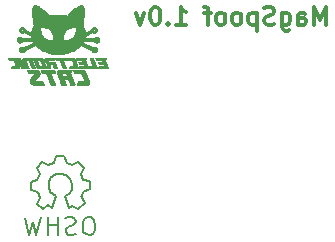
<source format=gbr>
G04 #@! TF.GenerationSoftware,KiCad,Pcbnew,(5.0.1)-4*
G04 #@! TF.CreationDate,2018-11-29T17:47:57-05:00*
G04 #@! TF.ProjectId,MagSpoofTC,4D616753706F6F6654432E6B69636164,1.0*
G04 #@! TF.SameCoordinates,Original*
G04 #@! TF.FileFunction,Legend,Bot*
G04 #@! TF.FilePolarity,Positive*
%FSLAX46Y46*%
G04 Gerber Fmt 4.6, Leading zero omitted, Abs format (unit mm)*
G04 Created by KiCad (PCBNEW (5.0.1)-4) date 11/29/2018 5:47:57 PM*
%MOMM*%
%LPD*%
G01*
G04 APERTURE LIST*
%ADD10C,0.300000*%
%ADD11C,0.150000*%
%ADD12C,0.010000*%
G04 APERTURE END LIST*
D10*
X133864285Y-86178571D02*
X133864285Y-84678571D01*
X133364285Y-85750000D01*
X132864285Y-84678571D01*
X132864285Y-86178571D01*
X131507142Y-86178571D02*
X131507142Y-85392857D01*
X131578571Y-85250000D01*
X131721428Y-85178571D01*
X132007142Y-85178571D01*
X132150000Y-85250000D01*
X131507142Y-86107142D02*
X131650000Y-86178571D01*
X132007142Y-86178571D01*
X132150000Y-86107142D01*
X132221428Y-85964285D01*
X132221428Y-85821428D01*
X132150000Y-85678571D01*
X132007142Y-85607142D01*
X131650000Y-85607142D01*
X131507142Y-85535714D01*
X130150000Y-85178571D02*
X130150000Y-86392857D01*
X130221428Y-86535714D01*
X130292857Y-86607142D01*
X130435714Y-86678571D01*
X130650000Y-86678571D01*
X130792857Y-86607142D01*
X130150000Y-86107142D02*
X130292857Y-86178571D01*
X130578571Y-86178571D01*
X130721428Y-86107142D01*
X130792857Y-86035714D01*
X130864285Y-85892857D01*
X130864285Y-85464285D01*
X130792857Y-85321428D01*
X130721428Y-85250000D01*
X130578571Y-85178571D01*
X130292857Y-85178571D01*
X130150000Y-85250000D01*
X129507142Y-86107142D02*
X129292857Y-86178571D01*
X128935714Y-86178571D01*
X128792857Y-86107142D01*
X128721428Y-86035714D01*
X128650000Y-85892857D01*
X128650000Y-85750000D01*
X128721428Y-85607142D01*
X128792857Y-85535714D01*
X128935714Y-85464285D01*
X129221428Y-85392857D01*
X129364285Y-85321428D01*
X129435714Y-85250000D01*
X129507142Y-85107142D01*
X129507142Y-84964285D01*
X129435714Y-84821428D01*
X129364285Y-84750000D01*
X129221428Y-84678571D01*
X128864285Y-84678571D01*
X128650000Y-84750000D01*
X128007142Y-85178571D02*
X128007142Y-86678571D01*
X128007142Y-85250000D02*
X127864285Y-85178571D01*
X127578571Y-85178571D01*
X127435714Y-85250000D01*
X127364285Y-85321428D01*
X127292857Y-85464285D01*
X127292857Y-85892857D01*
X127364285Y-86035714D01*
X127435714Y-86107142D01*
X127578571Y-86178571D01*
X127864285Y-86178571D01*
X128007142Y-86107142D01*
X126435714Y-86178571D02*
X126578571Y-86107142D01*
X126650000Y-86035714D01*
X126721428Y-85892857D01*
X126721428Y-85464285D01*
X126650000Y-85321428D01*
X126578571Y-85250000D01*
X126435714Y-85178571D01*
X126221428Y-85178571D01*
X126078571Y-85250000D01*
X126007142Y-85321428D01*
X125935714Y-85464285D01*
X125935714Y-85892857D01*
X126007142Y-86035714D01*
X126078571Y-86107142D01*
X126221428Y-86178571D01*
X126435714Y-86178571D01*
X125078571Y-86178571D02*
X125221428Y-86107142D01*
X125292857Y-86035714D01*
X125364285Y-85892857D01*
X125364285Y-85464285D01*
X125292857Y-85321428D01*
X125221428Y-85250000D01*
X125078571Y-85178571D01*
X124864285Y-85178571D01*
X124721428Y-85250000D01*
X124650000Y-85321428D01*
X124578571Y-85464285D01*
X124578571Y-85892857D01*
X124650000Y-86035714D01*
X124721428Y-86107142D01*
X124864285Y-86178571D01*
X125078571Y-86178571D01*
X124150000Y-85178571D02*
X123578571Y-85178571D01*
X123935714Y-86178571D02*
X123935714Y-84892857D01*
X123864285Y-84750000D01*
X123721428Y-84678571D01*
X123578571Y-84678571D01*
X121150000Y-86178571D02*
X122007142Y-86178571D01*
X121578571Y-86178571D02*
X121578571Y-84678571D01*
X121721428Y-84892857D01*
X121864285Y-85035714D01*
X122007142Y-85107142D01*
X120507142Y-86035714D02*
X120435714Y-86107142D01*
X120507142Y-86178571D01*
X120578571Y-86107142D01*
X120507142Y-86035714D01*
X120507142Y-86178571D01*
X119507142Y-84678571D02*
X119364285Y-84678571D01*
X119221428Y-84750000D01*
X119150000Y-84821428D01*
X119078571Y-84964285D01*
X119007142Y-85250000D01*
X119007142Y-85607142D01*
X119078571Y-85892857D01*
X119150000Y-86035714D01*
X119221428Y-86107142D01*
X119364285Y-86178571D01*
X119507142Y-86178571D01*
X119650000Y-86107142D01*
X119721428Y-86035714D01*
X119792857Y-85892857D01*
X119864285Y-85607142D01*
X119864285Y-85250000D01*
X119792857Y-84964285D01*
X119721428Y-84821428D01*
X119650000Y-84750000D01*
X119507142Y-84678571D01*
X118507142Y-85178571D02*
X118150000Y-86178571D01*
X117792857Y-85178571D01*
D11*
G04 #@! TO.C,*
X109731220Y-102489860D02*
X109370540Y-103960520D01*
X109370540Y-103960520D02*
X109091140Y-102898800D01*
X109091140Y-102898800D02*
X108781260Y-103970680D01*
X108781260Y-103970680D02*
X108440900Y-102520340D01*
X111151080Y-103180740D02*
X110361140Y-103170580D01*
X110361140Y-103170580D02*
X110350980Y-103180740D01*
X110350980Y-103180740D02*
X110350980Y-103170580D01*
X110310340Y-102459380D02*
X110310340Y-104001160D01*
X111199340Y-102449220D02*
X111199340Y-104018940D01*
X111199340Y-104018940D02*
X111189180Y-104008780D01*
X111750520Y-102550820D02*
X112101040Y-102469540D01*
X112101040Y-102469540D02*
X112421080Y-102459380D01*
X112421080Y-102459380D02*
X112659840Y-102660040D01*
X112659840Y-102660040D02*
X112690320Y-102929280D01*
X112690320Y-102929280D02*
X112449020Y-103170580D01*
X112449020Y-103170580D02*
X112060400Y-103300120D01*
X112060400Y-103300120D02*
X111880060Y-103460140D01*
X111880060Y-103460140D02*
X111839420Y-103759860D01*
X111839420Y-103759860D02*
X112070560Y-103980840D01*
X112070560Y-103980840D02*
X112390600Y-104008780D01*
X112390600Y-104008780D02*
X112741120Y-103899560D01*
X113779980Y-102449220D02*
X114028900Y-102469540D01*
X114028900Y-102469540D02*
X114270200Y-102710840D01*
X114270200Y-102710840D02*
X114359100Y-103201060D01*
X114359100Y-103201060D02*
X114331160Y-103549040D01*
X114331160Y-103549040D02*
X114130500Y-103869080D01*
X114130500Y-103869080D02*
X113879040Y-103991000D01*
X113879040Y-103991000D02*
X113569160Y-103919880D01*
X113569160Y-103919880D02*
X113350720Y-103739540D01*
X113350720Y-103739540D02*
X113279600Y-103279800D01*
X113279600Y-103279800D02*
X113330400Y-102870860D01*
X113330400Y-102870860D02*
X113439620Y-102588920D01*
X113439620Y-102588920D02*
X113800300Y-102459380D01*
X113180540Y-100729640D02*
X113439620Y-101290980D01*
X113439620Y-101290980D02*
X112901140Y-101809140D01*
X112901140Y-101809140D02*
X112380440Y-101539900D01*
X112380440Y-101539900D02*
X112101040Y-101699920D01*
X110660860Y-101679600D02*
X110330660Y-101489100D01*
X110330660Y-101489100D02*
X109891240Y-101819300D01*
X109891240Y-101819300D02*
X109418800Y-101329080D01*
X109418800Y-101329080D02*
X109700740Y-100849020D01*
X109700740Y-100849020D02*
X109510240Y-100379120D01*
X109510240Y-100379120D02*
X108900640Y-100191160D01*
X108900640Y-100191160D02*
X108900640Y-99510440D01*
X108900640Y-99510440D02*
X109459440Y-99370740D01*
X109459440Y-99370740D02*
X109660100Y-98799240D01*
X109660100Y-98799240D02*
X109390860Y-98329340D01*
X109390860Y-98329340D02*
X109860760Y-97818800D01*
X109860760Y-97818800D02*
X110378920Y-98080420D01*
X110378920Y-98080420D02*
X110848820Y-97879760D01*
X110848820Y-97879760D02*
X111019000Y-97338740D01*
X111019000Y-97338740D02*
X111709880Y-97320960D01*
X111709880Y-97320960D02*
X111920700Y-97869600D01*
X111920700Y-97869600D02*
X112339800Y-98039780D01*
X112339800Y-98039780D02*
X112890980Y-97770540D01*
X112890980Y-97770540D02*
X113409140Y-98298860D01*
X113409140Y-98298860D02*
X113160220Y-98839880D01*
X113160220Y-98839880D02*
X113330400Y-99319940D01*
X113330400Y-99319940D02*
X113879040Y-99419000D01*
X113879040Y-99419000D02*
X113889200Y-100120040D01*
X113889200Y-100120040D02*
X113330400Y-100320700D01*
X113330400Y-100320700D02*
X113190700Y-100719480D01*
X111049480Y-100699160D02*
X110749760Y-100549300D01*
X110749760Y-100549300D02*
X110549100Y-100351180D01*
X110549100Y-100351180D02*
X110399240Y-99949860D01*
X110399240Y-99949860D02*
X110399240Y-99551080D01*
X110399240Y-99551080D02*
X110549100Y-99200560D01*
X110549100Y-99200560D02*
X111001220Y-98850040D01*
X111001220Y-98850040D02*
X111450800Y-98799240D01*
X111450800Y-98799240D02*
X111849580Y-98900840D01*
X111849580Y-98900840D02*
X112250900Y-99248820D01*
X112250900Y-99248820D02*
X112400760Y-99700940D01*
X112400760Y-99700940D02*
X112349960Y-100198780D01*
X112349960Y-100198780D02*
X112101040Y-100501040D01*
X112101040Y-100501040D02*
X111750520Y-100699160D01*
X111750520Y-100699160D02*
X112101040Y-101699920D01*
X111049480Y-100699160D02*
X110650700Y-101699920D01*
D12*
G04 #@! TO.C,G\002A\002A\002A*
G36*
X112711952Y-90034469D02*
X112657322Y-90034584D01*
X112608721Y-90034798D01*
X112567028Y-90035106D01*
X112533123Y-90035503D01*
X112507886Y-90035985D01*
X112492197Y-90036546D01*
X112486933Y-90037166D01*
X112488907Y-90044025D01*
X112494337Y-90059457D01*
X112502488Y-90081556D01*
X112512625Y-90108412D01*
X112524012Y-90138118D01*
X112535914Y-90168766D01*
X112547595Y-90198447D01*
X112558321Y-90225254D01*
X112567355Y-90247279D01*
X112573007Y-90260481D01*
X112589770Y-90298273D01*
X112850207Y-90299992D01*
X112911234Y-90300408D01*
X112962016Y-90300814D01*
X113003600Y-90301261D01*
X113037031Y-90301800D01*
X113063353Y-90302483D01*
X113083612Y-90303360D01*
X113098852Y-90304484D01*
X113110119Y-90305905D01*
X113118458Y-90307675D01*
X113124914Y-90309846D01*
X113130531Y-90312467D01*
X113133222Y-90313894D01*
X113156584Y-90329106D01*
X113176812Y-90348526D01*
X113195034Y-90373783D01*
X113212374Y-90406510D01*
X113229956Y-90448336D01*
X113234811Y-90461185D01*
X113242642Y-90481822D01*
X113254060Y-90511251D01*
X113268405Y-90547803D01*
X113285019Y-90589812D01*
X113303240Y-90635608D01*
X113322411Y-90683525D01*
X113341384Y-90730688D01*
X113359759Y-90776395D01*
X113376890Y-90819310D01*
X113392288Y-90858193D01*
X113405469Y-90891804D01*
X113415947Y-90918901D01*
X113423235Y-90938245D01*
X113426848Y-90948595D01*
X113427072Y-90949411D01*
X113430780Y-90964933D01*
X112928641Y-90964933D01*
X112873661Y-91082055D01*
X112857155Y-91117406D01*
X112841663Y-91150935D01*
X112828047Y-91180746D01*
X112817171Y-91204946D01*
X112809898Y-91221640D01*
X112808112Y-91225988D01*
X112797543Y-91252800D01*
X113264538Y-91252550D01*
X113348085Y-91252497D01*
X113421092Y-91252423D01*
X113484306Y-91252311D01*
X113538477Y-91252143D01*
X113584352Y-91251902D01*
X113622681Y-91251572D01*
X113654211Y-91251135D01*
X113679691Y-91250574D01*
X113699869Y-91249872D01*
X113715493Y-91249012D01*
X113727313Y-91247977D01*
X113736076Y-91246749D01*
X113742531Y-91245313D01*
X113747426Y-91243650D01*
X113751510Y-91241743D01*
X113752122Y-91241423D01*
X113781872Y-91219531D01*
X113805320Y-91189458D01*
X113821536Y-91152954D01*
X113829586Y-91111767D01*
X113830311Y-91094633D01*
X113828535Y-91069238D01*
X113823056Y-91038459D01*
X113813648Y-91001603D01*
X113800085Y-90957977D01*
X113782140Y-90906886D01*
X113759587Y-90847637D01*
X113732201Y-90779535D01*
X113710929Y-90728358D01*
X113694754Y-90689239D01*
X113676975Y-90645214D01*
X113659384Y-90600785D01*
X113643774Y-90560451D01*
X113638575Y-90546709D01*
X113613265Y-90480405D01*
X113587347Y-90414678D01*
X113561711Y-90351694D01*
X113537250Y-90293617D01*
X113514854Y-90242615D01*
X113501271Y-90213103D01*
X113472730Y-90160395D01*
X113441285Y-90117763D01*
X113405995Y-90084165D01*
X113365919Y-90058560D01*
X113358286Y-90054796D01*
X113319489Y-90036422D01*
X112903211Y-90034772D01*
X112835776Y-90034558D01*
X112771730Y-90034459D01*
X112711952Y-90034469D01*
X112711952Y-90034469D01*
G37*
X112711952Y-90034469D02*
X112657322Y-90034584D01*
X112608721Y-90034798D01*
X112567028Y-90035106D01*
X112533123Y-90035503D01*
X112507886Y-90035985D01*
X112492197Y-90036546D01*
X112486933Y-90037166D01*
X112488907Y-90044025D01*
X112494337Y-90059457D01*
X112502488Y-90081556D01*
X112512625Y-90108412D01*
X112524012Y-90138118D01*
X112535914Y-90168766D01*
X112547595Y-90198447D01*
X112558321Y-90225254D01*
X112567355Y-90247279D01*
X112573007Y-90260481D01*
X112589770Y-90298273D01*
X112850207Y-90299992D01*
X112911234Y-90300408D01*
X112962016Y-90300814D01*
X113003600Y-90301261D01*
X113037031Y-90301800D01*
X113063353Y-90302483D01*
X113083612Y-90303360D01*
X113098852Y-90304484D01*
X113110119Y-90305905D01*
X113118458Y-90307675D01*
X113124914Y-90309846D01*
X113130531Y-90312467D01*
X113133222Y-90313894D01*
X113156584Y-90329106D01*
X113176812Y-90348526D01*
X113195034Y-90373783D01*
X113212374Y-90406510D01*
X113229956Y-90448336D01*
X113234811Y-90461185D01*
X113242642Y-90481822D01*
X113254060Y-90511251D01*
X113268405Y-90547803D01*
X113285019Y-90589812D01*
X113303240Y-90635608D01*
X113322411Y-90683525D01*
X113341384Y-90730688D01*
X113359759Y-90776395D01*
X113376890Y-90819310D01*
X113392288Y-90858193D01*
X113405469Y-90891804D01*
X113415947Y-90918901D01*
X113423235Y-90938245D01*
X113426848Y-90948595D01*
X113427072Y-90949411D01*
X113430780Y-90964933D01*
X112928641Y-90964933D01*
X112873661Y-91082055D01*
X112857155Y-91117406D01*
X112841663Y-91150935D01*
X112828047Y-91180746D01*
X112817171Y-91204946D01*
X112809898Y-91221640D01*
X112808112Y-91225988D01*
X112797543Y-91252800D01*
X113264538Y-91252550D01*
X113348085Y-91252497D01*
X113421092Y-91252423D01*
X113484306Y-91252311D01*
X113538477Y-91252143D01*
X113584352Y-91251902D01*
X113622681Y-91251572D01*
X113654211Y-91251135D01*
X113679691Y-91250574D01*
X113699869Y-91249872D01*
X113715493Y-91249012D01*
X113727313Y-91247977D01*
X113736076Y-91246749D01*
X113742531Y-91245313D01*
X113747426Y-91243650D01*
X113751510Y-91241743D01*
X113752122Y-91241423D01*
X113781872Y-91219531D01*
X113805320Y-91189458D01*
X113821536Y-91152954D01*
X113829586Y-91111767D01*
X113830311Y-91094633D01*
X113828535Y-91069238D01*
X113823056Y-91038459D01*
X113813648Y-91001603D01*
X113800085Y-90957977D01*
X113782140Y-90906886D01*
X113759587Y-90847637D01*
X113732201Y-90779535D01*
X113710929Y-90728358D01*
X113694754Y-90689239D01*
X113676975Y-90645214D01*
X113659384Y-90600785D01*
X113643774Y-90560451D01*
X113638575Y-90546709D01*
X113613265Y-90480405D01*
X113587347Y-90414678D01*
X113561711Y-90351694D01*
X113537250Y-90293617D01*
X113514854Y-90242615D01*
X113501271Y-90213103D01*
X113472730Y-90160395D01*
X113441285Y-90117763D01*
X113405995Y-90084165D01*
X113365919Y-90058560D01*
X113358286Y-90054796D01*
X113319489Y-90036422D01*
X112903211Y-90034772D01*
X112835776Y-90034558D01*
X112771730Y-90034459D01*
X112711952Y-90034469D01*
G36*
X111958396Y-90034512D02*
X111868554Y-90034699D01*
X111794078Y-90034912D01*
X111702210Y-90035213D01*
X111620943Y-90035513D01*
X111549591Y-90035826D01*
X111487464Y-90036166D01*
X111433876Y-90036545D01*
X111388139Y-90036978D01*
X111349566Y-90037477D01*
X111317469Y-90038056D01*
X111291160Y-90038729D01*
X111269952Y-90039509D01*
X111253158Y-90040410D01*
X111240089Y-90041445D01*
X111230058Y-90042628D01*
X111222378Y-90043971D01*
X111216362Y-90045490D01*
X111213865Y-90046284D01*
X111177561Y-90064287D01*
X111147594Y-90090922D01*
X111124921Y-90124894D01*
X111110498Y-90164910D01*
X111106143Y-90191918D01*
X111105513Y-90213724D01*
X111107573Y-90238488D01*
X111112587Y-90267055D01*
X111120824Y-90300274D01*
X111132547Y-90338988D01*
X111148022Y-90384046D01*
X111167517Y-90436293D01*
X111191295Y-90496575D01*
X111219624Y-90565738D01*
X111235423Y-90603546D01*
X111248183Y-90634323D01*
X111264329Y-90673910D01*
X111283174Y-90720588D01*
X111304030Y-90772640D01*
X111326212Y-90828347D01*
X111349031Y-90885991D01*
X111371802Y-90943853D01*
X111388885Y-90987511D01*
X111491302Y-91249977D01*
X111673029Y-91251467D01*
X111728061Y-91251747D01*
X111773708Y-91251616D01*
X111809582Y-91251083D01*
X111835294Y-91250157D01*
X111850453Y-91248847D01*
X111854756Y-91247387D01*
X111852752Y-91241110D01*
X111847025Y-91225444D01*
X111838001Y-91201501D01*
X111826105Y-91170391D01*
X111811763Y-91133223D01*
X111795402Y-91091109D01*
X111777446Y-91045159D01*
X111766513Y-91017297D01*
X111747726Y-90969431D01*
X111730179Y-90924594D01*
X111714314Y-90883926D01*
X111700573Y-90848565D01*
X111689397Y-90819652D01*
X111681230Y-90798324D01*
X111676513Y-90785722D01*
X111675543Y-90782900D01*
X111675390Y-90780223D01*
X111677298Y-90778077D01*
X111682369Y-90776404D01*
X111691702Y-90775146D01*
X111706399Y-90774243D01*
X111727559Y-90773638D01*
X111756284Y-90773272D01*
X111793673Y-90773088D01*
X111840827Y-90773025D01*
X111861801Y-90773022D01*
X112050785Y-90773022D01*
X112082147Y-90847811D01*
X112093122Y-90874256D01*
X112107257Y-90908736D01*
X112123555Y-90948791D01*
X112141017Y-90991961D01*
X112158644Y-91035785D01*
X112170726Y-91065987D01*
X112186366Y-91104964D01*
X112201209Y-91141542D01*
X112214579Y-91174091D01*
X112225802Y-91200981D01*
X112234204Y-91220583D01*
X112239019Y-91231087D01*
X112250096Y-91252800D01*
X112427782Y-91252800D01*
X112483252Y-91252620D01*
X112528714Y-91252088D01*
X112563898Y-91251212D01*
X112588536Y-91250001D01*
X112602359Y-91248463D01*
X112605467Y-91247110D01*
X112603423Y-91241084D01*
X112597541Y-91225526D01*
X112588197Y-91201380D01*
X112575767Y-91169587D01*
X112560626Y-91131091D01*
X112543150Y-91086833D01*
X112523714Y-91037755D01*
X112502694Y-90984801D01*
X112480466Y-90928912D01*
X112457405Y-90871030D01*
X112433886Y-90812098D01*
X112410286Y-90753059D01*
X112386980Y-90694854D01*
X112364343Y-90638426D01*
X112342751Y-90584717D01*
X112322581Y-90534669D01*
X112311751Y-90507883D01*
X111945026Y-90507883D01*
X111754547Y-90506397D01*
X111564067Y-90504911D01*
X111546131Y-90468222D01*
X111535166Y-90443332D01*
X111523986Y-90414029D01*
X111515429Y-90388002D01*
X111509109Y-90364971D01*
X111506297Y-90349677D01*
X111506699Y-90339226D01*
X111509718Y-90331291D01*
X111514536Y-90322989D01*
X111519973Y-90316398D01*
X111527319Y-90311303D01*
X111537864Y-90307490D01*
X111552898Y-90304743D01*
X111573710Y-90302849D01*
X111601592Y-90301592D01*
X111637831Y-90300759D01*
X111683720Y-90300135D01*
X111698007Y-90299973D01*
X111854525Y-90298236D01*
X111865891Y-90316907D01*
X111874267Y-90332917D01*
X111885776Y-90358318D01*
X111899878Y-90391828D01*
X111916030Y-90432163D01*
X111931603Y-90472530D01*
X111945026Y-90507883D01*
X112311751Y-90507883D01*
X112304206Y-90489225D01*
X112288003Y-90449328D01*
X112274348Y-90415918D01*
X112268503Y-90401723D01*
X112225872Y-90298535D01*
X112285847Y-90172203D01*
X112302384Y-90137124D01*
X112317174Y-90105275D01*
X112329559Y-90078116D01*
X112338878Y-90057109D01*
X112344470Y-90043712D01*
X112345822Y-90039525D01*
X112342579Y-90038408D01*
X112332569Y-90037437D01*
X112315370Y-90036609D01*
X112290564Y-90035920D01*
X112257729Y-90035366D01*
X112216444Y-90034945D01*
X112166289Y-90034653D01*
X112106843Y-90034485D01*
X112037685Y-90034440D01*
X111958396Y-90034512D01*
X111958396Y-90034512D01*
G37*
X111958396Y-90034512D02*
X111868554Y-90034699D01*
X111794078Y-90034912D01*
X111702210Y-90035213D01*
X111620943Y-90035513D01*
X111549591Y-90035826D01*
X111487464Y-90036166D01*
X111433876Y-90036545D01*
X111388139Y-90036978D01*
X111349566Y-90037477D01*
X111317469Y-90038056D01*
X111291160Y-90038729D01*
X111269952Y-90039509D01*
X111253158Y-90040410D01*
X111240089Y-90041445D01*
X111230058Y-90042628D01*
X111222378Y-90043971D01*
X111216362Y-90045490D01*
X111213865Y-90046284D01*
X111177561Y-90064287D01*
X111147594Y-90090922D01*
X111124921Y-90124894D01*
X111110498Y-90164910D01*
X111106143Y-90191918D01*
X111105513Y-90213724D01*
X111107573Y-90238488D01*
X111112587Y-90267055D01*
X111120824Y-90300274D01*
X111132547Y-90338988D01*
X111148022Y-90384046D01*
X111167517Y-90436293D01*
X111191295Y-90496575D01*
X111219624Y-90565738D01*
X111235423Y-90603546D01*
X111248183Y-90634323D01*
X111264329Y-90673910D01*
X111283174Y-90720588D01*
X111304030Y-90772640D01*
X111326212Y-90828347D01*
X111349031Y-90885991D01*
X111371802Y-90943853D01*
X111388885Y-90987511D01*
X111491302Y-91249977D01*
X111673029Y-91251467D01*
X111728061Y-91251747D01*
X111773708Y-91251616D01*
X111809582Y-91251083D01*
X111835294Y-91250157D01*
X111850453Y-91248847D01*
X111854756Y-91247387D01*
X111852752Y-91241110D01*
X111847025Y-91225444D01*
X111838001Y-91201501D01*
X111826105Y-91170391D01*
X111811763Y-91133223D01*
X111795402Y-91091109D01*
X111777446Y-91045159D01*
X111766513Y-91017297D01*
X111747726Y-90969431D01*
X111730179Y-90924594D01*
X111714314Y-90883926D01*
X111700573Y-90848565D01*
X111689397Y-90819652D01*
X111681230Y-90798324D01*
X111676513Y-90785722D01*
X111675543Y-90782900D01*
X111675390Y-90780223D01*
X111677298Y-90778077D01*
X111682369Y-90776404D01*
X111691702Y-90775146D01*
X111706399Y-90774243D01*
X111727559Y-90773638D01*
X111756284Y-90773272D01*
X111793673Y-90773088D01*
X111840827Y-90773025D01*
X111861801Y-90773022D01*
X112050785Y-90773022D01*
X112082147Y-90847811D01*
X112093122Y-90874256D01*
X112107257Y-90908736D01*
X112123555Y-90948791D01*
X112141017Y-90991961D01*
X112158644Y-91035785D01*
X112170726Y-91065987D01*
X112186366Y-91104964D01*
X112201209Y-91141542D01*
X112214579Y-91174091D01*
X112225802Y-91200981D01*
X112234204Y-91220583D01*
X112239019Y-91231087D01*
X112250096Y-91252800D01*
X112427782Y-91252800D01*
X112483252Y-91252620D01*
X112528714Y-91252088D01*
X112563898Y-91251212D01*
X112588536Y-91250001D01*
X112602359Y-91248463D01*
X112605467Y-91247110D01*
X112603423Y-91241084D01*
X112597541Y-91225526D01*
X112588197Y-91201380D01*
X112575767Y-91169587D01*
X112560626Y-91131091D01*
X112543150Y-91086833D01*
X112523714Y-91037755D01*
X112502694Y-90984801D01*
X112480466Y-90928912D01*
X112457405Y-90871030D01*
X112433886Y-90812098D01*
X112410286Y-90753059D01*
X112386980Y-90694854D01*
X112364343Y-90638426D01*
X112342751Y-90584717D01*
X112322581Y-90534669D01*
X112311751Y-90507883D01*
X111945026Y-90507883D01*
X111754547Y-90506397D01*
X111564067Y-90504911D01*
X111546131Y-90468222D01*
X111535166Y-90443332D01*
X111523986Y-90414029D01*
X111515429Y-90388002D01*
X111509109Y-90364971D01*
X111506297Y-90349677D01*
X111506699Y-90339226D01*
X111509718Y-90331291D01*
X111514536Y-90322989D01*
X111519973Y-90316398D01*
X111527319Y-90311303D01*
X111537864Y-90307490D01*
X111552898Y-90304743D01*
X111573710Y-90302849D01*
X111601592Y-90301592D01*
X111637831Y-90300759D01*
X111683720Y-90300135D01*
X111698007Y-90299973D01*
X111854525Y-90298236D01*
X111865891Y-90316907D01*
X111874267Y-90332917D01*
X111885776Y-90358318D01*
X111899878Y-90391828D01*
X111916030Y-90432163D01*
X111931603Y-90472530D01*
X111945026Y-90507883D01*
X112311751Y-90507883D01*
X112304206Y-90489225D01*
X112288003Y-90449328D01*
X112274348Y-90415918D01*
X112268503Y-90401723D01*
X112225872Y-90298535D01*
X112285847Y-90172203D01*
X112302384Y-90137124D01*
X112317174Y-90105275D01*
X112329559Y-90078116D01*
X112338878Y-90057109D01*
X112344470Y-90043712D01*
X112345822Y-90039525D01*
X112342579Y-90038408D01*
X112332569Y-90037437D01*
X112315370Y-90036609D01*
X112290564Y-90035920D01*
X112257729Y-90035366D01*
X112216444Y-90034945D01*
X112166289Y-90034653D01*
X112106843Y-90034485D01*
X112037685Y-90034440D01*
X111958396Y-90034512D01*
G36*
X110194626Y-90033101D02*
X110127168Y-90033233D01*
X110062171Y-90033459D01*
X110000548Y-90033780D01*
X109943214Y-90034198D01*
X109891083Y-90034713D01*
X109845070Y-90035326D01*
X109806088Y-90036038D01*
X109775053Y-90036850D01*
X109752877Y-90037762D01*
X109740476Y-90038777D01*
X109738089Y-90039498D01*
X109740045Y-90046219D01*
X109745538Y-90061933D01*
X109754007Y-90085116D01*
X109764889Y-90114244D01*
X109777622Y-90147792D01*
X109786972Y-90172143D01*
X109835855Y-90298888D01*
X110189454Y-90298888D01*
X110204546Y-90328522D01*
X110211907Y-90344315D01*
X110222085Y-90367989D01*
X110233958Y-90396847D01*
X110246404Y-90428188D01*
X110252061Y-90442822D01*
X110266198Y-90479324D01*
X110281958Y-90519348D01*
X110297592Y-90558488D01*
X110311350Y-90592339D01*
X110313705Y-90598044D01*
X110321425Y-90616927D01*
X110332779Y-90645035D01*
X110347256Y-90681092D01*
X110364348Y-90723824D01*
X110383545Y-90771953D01*
X110404339Y-90824203D01*
X110426219Y-90879300D01*
X110448676Y-90935967D01*
X110457905Y-90959288D01*
X110572884Y-91249977D01*
X110945466Y-91252951D01*
X110939970Y-91237353D01*
X110937087Y-91229863D01*
X110930322Y-91212678D01*
X110919989Y-91186583D01*
X110906401Y-91152364D01*
X110889871Y-91110807D01*
X110870710Y-91062698D01*
X110849233Y-91008822D01*
X110825752Y-90949965D01*
X110800581Y-90886912D01*
X110774031Y-90820449D01*
X110751690Y-90764555D01*
X110724425Y-90696237D01*
X110698450Y-90630915D01*
X110674060Y-90569347D01*
X110651553Y-90512294D01*
X110631225Y-90460515D01*
X110613373Y-90414770D01*
X110598293Y-90375819D01*
X110586283Y-90344422D01*
X110577638Y-90321338D01*
X110572655Y-90307327D01*
X110571519Y-90303122D01*
X110577569Y-90302149D01*
X110593628Y-90301255D01*
X110618413Y-90300466D01*
X110650643Y-90299809D01*
X110689039Y-90299309D01*
X110732318Y-90298994D01*
X110777380Y-90298888D01*
X110980628Y-90298888D01*
X110976769Y-90286188D01*
X110974010Y-90278292D01*
X110967965Y-90261676D01*
X110959324Y-90238190D01*
X110948773Y-90209682D01*
X110937000Y-90178001D01*
X110924693Y-90144993D01*
X110912539Y-90112509D01*
X110901227Y-90082394D01*
X110891444Y-90056499D01*
X110885407Y-90040655D01*
X110879498Y-90039562D01*
X110863251Y-90038550D01*
X110837579Y-90037620D01*
X110803396Y-90036774D01*
X110761617Y-90036013D01*
X110713156Y-90035336D01*
X110658927Y-90034746D01*
X110599845Y-90034242D01*
X110536824Y-90033827D01*
X110470777Y-90033500D01*
X110402620Y-90033263D01*
X110333266Y-90033117D01*
X110263630Y-90033063D01*
X110194626Y-90033101D01*
X110194626Y-90033101D01*
G37*
X110194626Y-90033101D02*
X110127168Y-90033233D01*
X110062171Y-90033459D01*
X110000548Y-90033780D01*
X109943214Y-90034198D01*
X109891083Y-90034713D01*
X109845070Y-90035326D01*
X109806088Y-90036038D01*
X109775053Y-90036850D01*
X109752877Y-90037762D01*
X109740476Y-90038777D01*
X109738089Y-90039498D01*
X109740045Y-90046219D01*
X109745538Y-90061933D01*
X109754007Y-90085116D01*
X109764889Y-90114244D01*
X109777622Y-90147792D01*
X109786972Y-90172143D01*
X109835855Y-90298888D01*
X110189454Y-90298888D01*
X110204546Y-90328522D01*
X110211907Y-90344315D01*
X110222085Y-90367989D01*
X110233958Y-90396847D01*
X110246404Y-90428188D01*
X110252061Y-90442822D01*
X110266198Y-90479324D01*
X110281958Y-90519348D01*
X110297592Y-90558488D01*
X110311350Y-90592339D01*
X110313705Y-90598044D01*
X110321425Y-90616927D01*
X110332779Y-90645035D01*
X110347256Y-90681092D01*
X110364348Y-90723824D01*
X110383545Y-90771953D01*
X110404339Y-90824203D01*
X110426219Y-90879300D01*
X110448676Y-90935967D01*
X110457905Y-90959288D01*
X110572884Y-91249977D01*
X110945466Y-91252951D01*
X110939970Y-91237353D01*
X110937087Y-91229863D01*
X110930322Y-91212678D01*
X110919989Y-91186583D01*
X110906401Y-91152364D01*
X110889871Y-91110807D01*
X110870710Y-91062698D01*
X110849233Y-91008822D01*
X110825752Y-90949965D01*
X110800581Y-90886912D01*
X110774031Y-90820449D01*
X110751690Y-90764555D01*
X110724425Y-90696237D01*
X110698450Y-90630915D01*
X110674060Y-90569347D01*
X110651553Y-90512294D01*
X110631225Y-90460515D01*
X110613373Y-90414770D01*
X110598293Y-90375819D01*
X110586283Y-90344422D01*
X110577638Y-90321338D01*
X110572655Y-90307327D01*
X110571519Y-90303122D01*
X110577569Y-90302149D01*
X110593628Y-90301255D01*
X110618413Y-90300466D01*
X110650643Y-90299809D01*
X110689039Y-90299309D01*
X110732318Y-90298994D01*
X110777380Y-90298888D01*
X110980628Y-90298888D01*
X110976769Y-90286188D01*
X110974010Y-90278292D01*
X110967965Y-90261676D01*
X110959324Y-90238190D01*
X110948773Y-90209682D01*
X110937000Y-90178001D01*
X110924693Y-90144993D01*
X110912539Y-90112509D01*
X110901227Y-90082394D01*
X110891444Y-90056499D01*
X110885407Y-90040655D01*
X110879498Y-90039562D01*
X110863251Y-90038550D01*
X110837579Y-90037620D01*
X110803396Y-90036774D01*
X110761617Y-90036013D01*
X110713156Y-90035336D01*
X110658927Y-90034746D01*
X110599845Y-90034242D01*
X110536824Y-90033827D01*
X110470777Y-90033500D01*
X110402620Y-90033263D01*
X110333266Y-90033117D01*
X110263630Y-90033063D01*
X110194626Y-90033101D01*
G36*
X108751282Y-90034699D02*
X108701118Y-90034872D01*
X108657775Y-90035141D01*
X108622116Y-90035501D01*
X108595004Y-90035947D01*
X108577301Y-90036477D01*
X108569869Y-90037084D01*
X108569689Y-90037201D01*
X108571690Y-90043399D01*
X108577296Y-90058536D01*
X108585917Y-90081072D01*
X108596960Y-90109467D01*
X108609833Y-90142181D01*
X108616978Y-90160198D01*
X108630780Y-90194975D01*
X108643293Y-90226623D01*
X108653871Y-90253502D01*
X108661869Y-90273970D01*
X108666642Y-90286386D01*
X108667601Y-90289011D01*
X108669004Y-90291373D01*
X108672127Y-90293327D01*
X108677957Y-90294912D01*
X108687478Y-90296166D01*
X108701677Y-90297127D01*
X108721537Y-90297835D01*
X108748045Y-90298327D01*
X108782187Y-90298642D01*
X108824946Y-90298818D01*
X108877309Y-90298895D01*
X108920879Y-90298909D01*
X108980702Y-90298936D01*
X109030288Y-90299033D01*
X109070686Y-90299244D01*
X109102947Y-90299611D01*
X109128123Y-90300177D01*
X109147263Y-90300985D01*
X109161419Y-90302077D01*
X109171641Y-90303497D01*
X109178981Y-90305286D01*
X109184488Y-90307489D01*
X109188663Y-90309809D01*
X109201651Y-90319648D01*
X109208941Y-90330579D01*
X109210089Y-90343428D01*
X109204652Y-90359019D01*
X109192188Y-90378176D01*
X109172254Y-90401723D01*
X109144406Y-90430485D01*
X109108202Y-90465286D01*
X109101984Y-90471115D01*
X109054200Y-90516648D01*
X109009356Y-90561052D01*
X108968603Y-90603113D01*
X108933088Y-90641615D01*
X108903963Y-90675346D01*
X108882378Y-90703089D01*
X108882343Y-90703137D01*
X108858467Y-90744299D01*
X108839723Y-90792812D01*
X108827229Y-90845471D01*
X108823844Y-90870642D01*
X108821671Y-90920326D01*
X108824563Y-90971146D01*
X108832053Y-91020341D01*
X108843673Y-91065147D01*
X108858954Y-91102802D01*
X108865044Y-91113721D01*
X108889216Y-91145840D01*
X108920644Y-91176773D01*
X108955523Y-91203086D01*
X108978856Y-91216387D01*
X108991948Y-91222798D01*
X109003782Y-91228409D01*
X109015167Y-91233274D01*
X109026914Y-91237445D01*
X109039833Y-91240976D01*
X109054734Y-91243921D01*
X109072429Y-91246332D01*
X109093728Y-91248262D01*
X109119440Y-91249766D01*
X109150377Y-91250895D01*
X109187349Y-91251704D01*
X109231166Y-91252246D01*
X109282638Y-91252573D01*
X109342577Y-91252739D01*
X109411792Y-91252797D01*
X109491094Y-91252801D01*
X109533253Y-91252800D01*
X109605318Y-91252739D01*
X109673432Y-91252563D01*
X109736799Y-91252280D01*
X109794621Y-91251899D01*
X109846102Y-91251428D01*
X109890448Y-91250878D01*
X109926860Y-91250255D01*
X109954544Y-91249570D01*
X109972703Y-91248831D01*
X109980540Y-91248046D01*
X109980800Y-91247872D01*
X109978848Y-91241476D01*
X109973348Y-91226001D01*
X109964838Y-91202889D01*
X109953855Y-91173587D01*
X109940934Y-91139537D01*
X109927833Y-91105349D01*
X109874866Y-90967755D01*
X109547989Y-90964933D01*
X109478693Y-90964315D01*
X109419793Y-90963731D01*
X109370395Y-90963145D01*
X109329607Y-90962526D01*
X109296536Y-90961838D01*
X109270288Y-90961047D01*
X109249971Y-90960121D01*
X109234692Y-90959024D01*
X109223557Y-90957723D01*
X109215674Y-90956184D01*
X109210150Y-90954374D01*
X109206091Y-90952258D01*
X109205588Y-90951934D01*
X109190815Y-90939945D01*
X109182780Y-90926989D01*
X109181863Y-90912156D01*
X109188444Y-90894535D01*
X109202906Y-90873217D01*
X109225628Y-90847290D01*
X109256993Y-90815846D01*
X109266241Y-90807004D01*
X109288898Y-90785292D01*
X109317639Y-90757429D01*
X109350581Y-90725258D01*
X109385840Y-90690624D01*
X109421533Y-90655373D01*
X109453558Y-90623559D01*
X109491926Y-90585015D01*
X109522960Y-90553100D01*
X109547598Y-90526766D01*
X109566783Y-90504965D01*
X109581454Y-90486650D01*
X109592553Y-90470771D01*
X109596615Y-90464170D01*
X109619151Y-90420884D01*
X109633479Y-90380088D01*
X109640706Y-90337894D01*
X109642133Y-90304308D01*
X109638400Y-90244410D01*
X109626999Y-90192628D01*
X109607631Y-90148523D01*
X109579999Y-90111657D01*
X109543802Y-90081593D01*
X109498742Y-90057893D01*
X109465711Y-90046046D01*
X109459063Y-90044331D01*
X109450495Y-90042830D01*
X109439230Y-90041522D01*
X109424491Y-90040390D01*
X109405500Y-90039416D01*
X109381479Y-90038580D01*
X109351650Y-90037865D01*
X109315237Y-90037252D01*
X109271462Y-90036722D01*
X109219546Y-90036256D01*
X109158712Y-90035838D01*
X109088183Y-90035447D01*
X109007182Y-90035065D01*
X109002900Y-90035046D01*
X108934076Y-90034795D01*
X108868624Y-90034656D01*
X108807404Y-90034626D01*
X108751282Y-90034699D01*
X108751282Y-90034699D01*
G37*
X108751282Y-90034699D02*
X108701118Y-90034872D01*
X108657775Y-90035141D01*
X108622116Y-90035501D01*
X108595004Y-90035947D01*
X108577301Y-90036477D01*
X108569869Y-90037084D01*
X108569689Y-90037201D01*
X108571690Y-90043399D01*
X108577296Y-90058536D01*
X108585917Y-90081072D01*
X108596960Y-90109467D01*
X108609833Y-90142181D01*
X108616978Y-90160198D01*
X108630780Y-90194975D01*
X108643293Y-90226623D01*
X108653871Y-90253502D01*
X108661869Y-90273970D01*
X108666642Y-90286386D01*
X108667601Y-90289011D01*
X108669004Y-90291373D01*
X108672127Y-90293327D01*
X108677957Y-90294912D01*
X108687478Y-90296166D01*
X108701677Y-90297127D01*
X108721537Y-90297835D01*
X108748045Y-90298327D01*
X108782187Y-90298642D01*
X108824946Y-90298818D01*
X108877309Y-90298895D01*
X108920879Y-90298909D01*
X108980702Y-90298936D01*
X109030288Y-90299033D01*
X109070686Y-90299244D01*
X109102947Y-90299611D01*
X109128123Y-90300177D01*
X109147263Y-90300985D01*
X109161419Y-90302077D01*
X109171641Y-90303497D01*
X109178981Y-90305286D01*
X109184488Y-90307489D01*
X109188663Y-90309809D01*
X109201651Y-90319648D01*
X109208941Y-90330579D01*
X109210089Y-90343428D01*
X109204652Y-90359019D01*
X109192188Y-90378176D01*
X109172254Y-90401723D01*
X109144406Y-90430485D01*
X109108202Y-90465286D01*
X109101984Y-90471115D01*
X109054200Y-90516648D01*
X109009356Y-90561052D01*
X108968603Y-90603113D01*
X108933088Y-90641615D01*
X108903963Y-90675346D01*
X108882378Y-90703089D01*
X108882343Y-90703137D01*
X108858467Y-90744299D01*
X108839723Y-90792812D01*
X108827229Y-90845471D01*
X108823844Y-90870642D01*
X108821671Y-90920326D01*
X108824563Y-90971146D01*
X108832053Y-91020341D01*
X108843673Y-91065147D01*
X108858954Y-91102802D01*
X108865044Y-91113721D01*
X108889216Y-91145840D01*
X108920644Y-91176773D01*
X108955523Y-91203086D01*
X108978856Y-91216387D01*
X108991948Y-91222798D01*
X109003782Y-91228409D01*
X109015167Y-91233274D01*
X109026914Y-91237445D01*
X109039833Y-91240976D01*
X109054734Y-91243921D01*
X109072429Y-91246332D01*
X109093728Y-91248262D01*
X109119440Y-91249766D01*
X109150377Y-91250895D01*
X109187349Y-91251704D01*
X109231166Y-91252246D01*
X109282638Y-91252573D01*
X109342577Y-91252739D01*
X109411792Y-91252797D01*
X109491094Y-91252801D01*
X109533253Y-91252800D01*
X109605318Y-91252739D01*
X109673432Y-91252563D01*
X109736799Y-91252280D01*
X109794621Y-91251899D01*
X109846102Y-91251428D01*
X109890448Y-91250878D01*
X109926860Y-91250255D01*
X109954544Y-91249570D01*
X109972703Y-91248831D01*
X109980540Y-91248046D01*
X109980800Y-91247872D01*
X109978848Y-91241476D01*
X109973348Y-91226001D01*
X109964838Y-91202889D01*
X109953855Y-91173587D01*
X109940934Y-91139537D01*
X109927833Y-91105349D01*
X109874866Y-90967755D01*
X109547989Y-90964933D01*
X109478693Y-90964315D01*
X109419793Y-90963731D01*
X109370395Y-90963145D01*
X109329607Y-90962526D01*
X109296536Y-90961838D01*
X109270288Y-90961047D01*
X109249971Y-90960121D01*
X109234692Y-90959024D01*
X109223557Y-90957723D01*
X109215674Y-90956184D01*
X109210150Y-90954374D01*
X109206091Y-90952258D01*
X109205588Y-90951934D01*
X109190815Y-90939945D01*
X109182780Y-90926989D01*
X109181863Y-90912156D01*
X109188444Y-90894535D01*
X109202906Y-90873217D01*
X109225628Y-90847290D01*
X109256993Y-90815846D01*
X109266241Y-90807004D01*
X109288898Y-90785292D01*
X109317639Y-90757429D01*
X109350581Y-90725258D01*
X109385840Y-90690624D01*
X109421533Y-90655373D01*
X109453558Y-90623559D01*
X109491926Y-90585015D01*
X109522960Y-90553100D01*
X109547598Y-90526766D01*
X109566783Y-90504965D01*
X109581454Y-90486650D01*
X109592553Y-90470771D01*
X109596615Y-90464170D01*
X109619151Y-90420884D01*
X109633479Y-90380088D01*
X109640706Y-90337894D01*
X109642133Y-90304308D01*
X109638400Y-90244410D01*
X109626999Y-90192628D01*
X109607631Y-90148523D01*
X109579999Y-90111657D01*
X109543802Y-90081593D01*
X109498742Y-90057893D01*
X109465711Y-90046046D01*
X109459063Y-90044331D01*
X109450495Y-90042830D01*
X109439230Y-90041522D01*
X109424491Y-90040390D01*
X109405500Y-90039416D01*
X109381479Y-90038580D01*
X109351650Y-90037865D01*
X109315237Y-90037252D01*
X109271462Y-90036722D01*
X109219546Y-90036256D01*
X109158712Y-90035838D01*
X109088183Y-90035447D01*
X109007182Y-90035065D01*
X109002900Y-90035046D01*
X108934076Y-90034795D01*
X108868624Y-90034656D01*
X108807404Y-90034626D01*
X108751282Y-90034699D01*
G36*
X113888812Y-89018905D02*
X113891443Y-89026336D01*
X113897869Y-89043309D01*
X113907718Y-89068875D01*
X113920621Y-89102084D01*
X113936206Y-89141987D01*
X113954101Y-89187633D01*
X113973937Y-89238074D01*
X113995343Y-89292359D01*
X114017946Y-89349538D01*
X114018375Y-89350622D01*
X114144605Y-89669533D01*
X113956413Y-89671019D01*
X113911602Y-89671460D01*
X113870609Y-89672030D01*
X113834741Y-89672698D01*
X113805308Y-89673433D01*
X113783619Y-89674203D01*
X113770982Y-89674978D01*
X113768222Y-89675513D01*
X113770255Y-89681478D01*
X113775884Y-89696108D01*
X113784410Y-89717632D01*
X113795132Y-89744276D01*
X113804463Y-89767213D01*
X113816799Y-89797748D01*
X113827813Y-89825656D01*
X113836692Y-89848828D01*
X113842624Y-89865155D01*
X113844586Y-89871374D01*
X113848468Y-89886844D01*
X114497116Y-89886844D01*
X114493368Y-89874144D01*
X114490731Y-89867033D01*
X114484217Y-89850251D01*
X114474148Y-89824607D01*
X114460844Y-89790912D01*
X114444628Y-89749973D01*
X114425819Y-89702600D01*
X114404739Y-89649601D01*
X114381709Y-89591787D01*
X114357050Y-89529966D01*
X114331083Y-89464947D01*
X114319228Y-89435288D01*
X114148836Y-89009133D01*
X114017158Y-89007616D01*
X113885479Y-89006099D01*
X113888812Y-89018905D01*
X113888812Y-89018905D01*
G37*
X113888812Y-89018905D02*
X113891443Y-89026336D01*
X113897869Y-89043309D01*
X113907718Y-89068875D01*
X113920621Y-89102084D01*
X113936206Y-89141987D01*
X113954101Y-89187633D01*
X113973937Y-89238074D01*
X113995343Y-89292359D01*
X114017946Y-89349538D01*
X114018375Y-89350622D01*
X114144605Y-89669533D01*
X113956413Y-89671019D01*
X113911602Y-89671460D01*
X113870609Y-89672030D01*
X113834741Y-89672698D01*
X113805308Y-89673433D01*
X113783619Y-89674203D01*
X113770982Y-89674978D01*
X113768222Y-89675513D01*
X113770255Y-89681478D01*
X113775884Y-89696108D01*
X113784410Y-89717632D01*
X113795132Y-89744276D01*
X113804463Y-89767213D01*
X113816799Y-89797748D01*
X113827813Y-89825656D01*
X113836692Y-89848828D01*
X113842624Y-89865155D01*
X113844586Y-89871374D01*
X113848468Y-89886844D01*
X114497116Y-89886844D01*
X114493368Y-89874144D01*
X114490731Y-89867033D01*
X114484217Y-89850251D01*
X114474148Y-89824607D01*
X114460844Y-89790912D01*
X114444628Y-89749973D01*
X114425819Y-89702600D01*
X114404739Y-89649601D01*
X114381709Y-89591787D01*
X114357050Y-89529966D01*
X114331083Y-89464947D01*
X114319228Y-89435288D01*
X114148836Y-89009133D01*
X114017158Y-89007616D01*
X113885479Y-89006099D01*
X113888812Y-89018905D01*
G36*
X109429786Y-89012167D02*
X109363716Y-89012556D01*
X109308537Y-89013207D01*
X109264329Y-89014119D01*
X109231175Y-89015289D01*
X109209155Y-89016716D01*
X109199045Y-89018185D01*
X109167381Y-89032226D01*
X109142341Y-89054316D01*
X109125297Y-89082695D01*
X109117619Y-89115602D01*
X109117324Y-89123141D01*
X109117942Y-89134537D01*
X109120113Y-89148287D01*
X109124147Y-89165286D01*
X109130351Y-89186426D01*
X109139037Y-89212601D01*
X109150513Y-89244705D01*
X109165088Y-89283631D01*
X109183073Y-89330272D01*
X109204776Y-89385521D01*
X109230506Y-89450273D01*
X109231242Y-89452117D01*
X109260938Y-89526051D01*
X109287192Y-89590185D01*
X109310444Y-89645316D01*
X109331137Y-89692244D01*
X109349711Y-89731768D01*
X109366607Y-89764686D01*
X109382265Y-89791797D01*
X109397128Y-89813902D01*
X109411636Y-89831797D01*
X109426230Y-89846282D01*
X109441352Y-89858157D01*
X109457441Y-89868220D01*
X109462462Y-89870972D01*
X109486911Y-89884022D01*
X109774778Y-89885023D01*
X109843720Y-89885147D01*
X109905167Y-89885019D01*
X109958527Y-89884650D01*
X110003210Y-89884048D01*
X110038627Y-89883221D01*
X110064186Y-89882180D01*
X110079298Y-89880932D01*
X110082400Y-89880345D01*
X110109885Y-89866850D01*
X110131988Y-89844716D01*
X110147488Y-89815798D01*
X110155165Y-89781951D01*
X110155778Y-89768827D01*
X110155323Y-89755671D01*
X110153742Y-89741584D01*
X110150705Y-89725593D01*
X110145886Y-89706723D01*
X110138957Y-89684000D01*
X110129590Y-89656451D01*
X110126697Y-89648496D01*
X109849889Y-89648496D01*
X109843807Y-89659628D01*
X109830416Y-89666629D01*
X109808713Y-89670451D01*
X109777699Y-89672043D01*
X109737839Y-89672355D01*
X109697861Y-89671952D01*
X109667395Y-89670652D01*
X109644687Y-89668321D01*
X109627987Y-89664825D01*
X109624197Y-89663635D01*
X109605018Y-89654821D01*
X109587958Y-89643306D01*
X109583801Y-89639463D01*
X109575829Y-89627828D01*
X109564423Y-89606232D01*
X109549884Y-89575368D01*
X109532514Y-89535928D01*
X109512612Y-89488605D01*
X109490481Y-89434091D01*
X109466421Y-89373079D01*
X109453720Y-89340242D01*
X109440580Y-89305888D01*
X109431123Y-89280385D01*
X109424928Y-89262069D01*
X109421574Y-89249275D01*
X109420640Y-89240337D01*
X109421705Y-89233591D01*
X109424348Y-89227372D01*
X109424899Y-89226296D01*
X109434763Y-89213640D01*
X109446492Y-89206412D01*
X109446591Y-89206387D01*
X109456438Y-89205398D01*
X109475398Y-89204743D01*
X109501297Y-89204452D01*
X109531965Y-89204554D01*
X109556161Y-89204894D01*
X109591893Y-89205672D01*
X109618191Y-89206628D01*
X109636908Y-89207983D01*
X109649900Y-89209961D01*
X109659020Y-89212783D01*
X109666123Y-89216673D01*
X109668551Y-89218384D01*
X109686775Y-89236036D01*
X109704710Y-89260594D01*
X109719620Y-89287945D01*
X109726455Y-89305466D01*
X109731144Y-89318737D01*
X109739322Y-89340276D01*
X109750144Y-89367925D01*
X109762766Y-89399528D01*
X109776046Y-89432198D01*
X109790428Y-89467629D01*
X109804595Y-89503168D01*
X109817474Y-89536080D01*
X109827995Y-89563633D01*
X109834289Y-89580814D01*
X109844128Y-89610039D01*
X109849662Y-89632283D01*
X109849889Y-89648496D01*
X110126697Y-89648496D01*
X110117458Y-89623101D01*
X110102233Y-89582975D01*
X110083587Y-89535102D01*
X110061194Y-89478505D01*
X110041701Y-89429644D01*
X110012570Y-89357153D01*
X109986986Y-89294435D01*
X109964517Y-89240698D01*
X109944729Y-89195152D01*
X109927186Y-89157006D01*
X109911457Y-89125468D01*
X109897107Y-89099749D01*
X109883702Y-89079056D01*
X109870809Y-89062600D01*
X109857993Y-89049589D01*
X109844822Y-89039232D01*
X109830861Y-89030738D01*
X109819933Y-89025266D01*
X109791711Y-89012065D01*
X109506667Y-89012042D01*
X109429786Y-89012167D01*
X109429786Y-89012167D01*
G37*
X109429786Y-89012167D02*
X109363716Y-89012556D01*
X109308537Y-89013207D01*
X109264329Y-89014119D01*
X109231175Y-89015289D01*
X109209155Y-89016716D01*
X109199045Y-89018185D01*
X109167381Y-89032226D01*
X109142341Y-89054316D01*
X109125297Y-89082695D01*
X109117619Y-89115602D01*
X109117324Y-89123141D01*
X109117942Y-89134537D01*
X109120113Y-89148287D01*
X109124147Y-89165286D01*
X109130351Y-89186426D01*
X109139037Y-89212601D01*
X109150513Y-89244705D01*
X109165088Y-89283631D01*
X109183073Y-89330272D01*
X109204776Y-89385521D01*
X109230506Y-89450273D01*
X109231242Y-89452117D01*
X109260938Y-89526051D01*
X109287192Y-89590185D01*
X109310444Y-89645316D01*
X109331137Y-89692244D01*
X109349711Y-89731768D01*
X109366607Y-89764686D01*
X109382265Y-89791797D01*
X109397128Y-89813902D01*
X109411636Y-89831797D01*
X109426230Y-89846282D01*
X109441352Y-89858157D01*
X109457441Y-89868220D01*
X109462462Y-89870972D01*
X109486911Y-89884022D01*
X109774778Y-89885023D01*
X109843720Y-89885147D01*
X109905167Y-89885019D01*
X109958527Y-89884650D01*
X110003210Y-89884048D01*
X110038627Y-89883221D01*
X110064186Y-89882180D01*
X110079298Y-89880932D01*
X110082400Y-89880345D01*
X110109885Y-89866850D01*
X110131988Y-89844716D01*
X110147488Y-89815798D01*
X110155165Y-89781951D01*
X110155778Y-89768827D01*
X110155323Y-89755671D01*
X110153742Y-89741584D01*
X110150705Y-89725593D01*
X110145886Y-89706723D01*
X110138957Y-89684000D01*
X110129590Y-89656451D01*
X110126697Y-89648496D01*
X109849889Y-89648496D01*
X109843807Y-89659628D01*
X109830416Y-89666629D01*
X109808713Y-89670451D01*
X109777699Y-89672043D01*
X109737839Y-89672355D01*
X109697861Y-89671952D01*
X109667395Y-89670652D01*
X109644687Y-89668321D01*
X109627987Y-89664825D01*
X109624197Y-89663635D01*
X109605018Y-89654821D01*
X109587958Y-89643306D01*
X109583801Y-89639463D01*
X109575829Y-89627828D01*
X109564423Y-89606232D01*
X109549884Y-89575368D01*
X109532514Y-89535928D01*
X109512612Y-89488605D01*
X109490481Y-89434091D01*
X109466421Y-89373079D01*
X109453720Y-89340242D01*
X109440580Y-89305888D01*
X109431123Y-89280385D01*
X109424928Y-89262069D01*
X109421574Y-89249275D01*
X109420640Y-89240337D01*
X109421705Y-89233591D01*
X109424348Y-89227372D01*
X109424899Y-89226296D01*
X109434763Y-89213640D01*
X109446492Y-89206412D01*
X109446591Y-89206387D01*
X109456438Y-89205398D01*
X109475398Y-89204743D01*
X109501297Y-89204452D01*
X109531965Y-89204554D01*
X109556161Y-89204894D01*
X109591893Y-89205672D01*
X109618191Y-89206628D01*
X109636908Y-89207983D01*
X109649900Y-89209961D01*
X109659020Y-89212783D01*
X109666123Y-89216673D01*
X109668551Y-89218384D01*
X109686775Y-89236036D01*
X109704710Y-89260594D01*
X109719620Y-89287945D01*
X109726455Y-89305466D01*
X109731144Y-89318737D01*
X109739322Y-89340276D01*
X109750144Y-89367925D01*
X109762766Y-89399528D01*
X109776046Y-89432198D01*
X109790428Y-89467629D01*
X109804595Y-89503168D01*
X109817474Y-89536080D01*
X109827995Y-89563633D01*
X109834289Y-89580814D01*
X109844128Y-89610039D01*
X109849662Y-89632283D01*
X109849889Y-89648496D01*
X110126697Y-89648496D01*
X110117458Y-89623101D01*
X110102233Y-89582975D01*
X110083587Y-89535102D01*
X110061194Y-89478505D01*
X110041701Y-89429644D01*
X110012570Y-89357153D01*
X109986986Y-89294435D01*
X109964517Y-89240698D01*
X109944729Y-89195152D01*
X109927186Y-89157006D01*
X109911457Y-89125468D01*
X109897107Y-89099749D01*
X109883702Y-89079056D01*
X109870809Y-89062600D01*
X109857993Y-89049589D01*
X109844822Y-89039232D01*
X109830861Y-89030738D01*
X109819933Y-89025266D01*
X109791711Y-89012065D01*
X109506667Y-89012042D01*
X109429786Y-89012167D01*
G36*
X108507759Y-89011989D02*
X108447891Y-89012108D01*
X108396921Y-89012364D01*
X108354053Y-89012808D01*
X108318490Y-89013491D01*
X108289435Y-89014464D01*
X108266091Y-89015778D01*
X108247661Y-89017486D01*
X108233349Y-89019637D01*
X108222357Y-89022284D01*
X108213889Y-89025477D01*
X108207148Y-89029268D01*
X108201337Y-89033708D01*
X108195660Y-89038849D01*
X108192450Y-89041858D01*
X108174458Y-89062828D01*
X108163067Y-89086781D01*
X108158266Y-89114878D01*
X108160042Y-89148281D01*
X108168383Y-89188151D01*
X108183276Y-89235649D01*
X108190174Y-89254666D01*
X108197924Y-89274996D01*
X108209380Y-89304442D01*
X108224006Y-89341660D01*
X108241270Y-89385304D01*
X108260637Y-89434027D01*
X108281574Y-89486485D01*
X108303545Y-89541331D01*
X108326019Y-89597220D01*
X108330654Y-89608722D01*
X108442689Y-89886577D01*
X108573922Y-89886710D01*
X108621234Y-89886538D01*
X108657636Y-89885901D01*
X108683499Y-89884784D01*
X108699193Y-89883169D01*
X108705089Y-89881040D01*
X108705156Y-89880751D01*
X108703123Y-89874541D01*
X108697269Y-89858780D01*
X108687956Y-89834401D01*
X108675548Y-89802336D01*
X108660410Y-89763519D01*
X108642905Y-89718883D01*
X108623396Y-89669360D01*
X108602248Y-89615884D01*
X108580978Y-89562288D01*
X108558555Y-89505649D01*
X108537433Y-89451843D01*
X108517980Y-89401834D01*
X108500560Y-89356587D01*
X108485542Y-89317065D01*
X108473292Y-89284233D01*
X108464175Y-89259055D01*
X108458560Y-89242494D01*
X108456800Y-89235679D01*
X108457696Y-89225865D01*
X108461229Y-89218285D01*
X108468670Y-89212656D01*
X108481288Y-89208696D01*
X108500352Y-89206121D01*
X108527132Y-89204647D01*
X108562898Y-89203992D01*
X108599368Y-89203866D01*
X108716846Y-89203866D01*
X108728689Y-89230677D01*
X108732913Y-89240721D01*
X108740920Y-89260233D01*
X108752299Y-89288198D01*
X108766642Y-89323603D01*
X108783539Y-89365434D01*
X108802580Y-89412676D01*
X108823355Y-89464316D01*
X108845454Y-89519340D01*
X108866074Y-89570755D01*
X108991616Y-89884022D01*
X109122780Y-89885538D01*
X109253944Y-89887055D01*
X109250026Y-89871427D01*
X109247274Y-89863533D01*
X109240675Y-89846108D01*
X109230601Y-89820095D01*
X109217424Y-89786436D01*
X109201514Y-89746072D01*
X109183243Y-89699944D01*
X109162983Y-89648995D01*
X109141104Y-89594165D01*
X109117978Y-89536397D01*
X109114249Y-89527098D01*
X108982388Y-89198396D01*
X109020790Y-89117730D01*
X109034270Y-89089156D01*
X109046210Y-89063365D01*
X109055662Y-89042441D01*
X109061678Y-89028465D01*
X109063176Y-89024509D01*
X109067161Y-89011955D01*
X108577322Y-89011955D01*
X108507759Y-89011989D01*
X108507759Y-89011989D01*
G37*
X108507759Y-89011989D02*
X108447891Y-89012108D01*
X108396921Y-89012364D01*
X108354053Y-89012808D01*
X108318490Y-89013491D01*
X108289435Y-89014464D01*
X108266091Y-89015778D01*
X108247661Y-89017486D01*
X108233349Y-89019637D01*
X108222357Y-89022284D01*
X108213889Y-89025477D01*
X108207148Y-89029268D01*
X108201337Y-89033708D01*
X108195660Y-89038849D01*
X108192450Y-89041858D01*
X108174458Y-89062828D01*
X108163067Y-89086781D01*
X108158266Y-89114878D01*
X108160042Y-89148281D01*
X108168383Y-89188151D01*
X108183276Y-89235649D01*
X108190174Y-89254666D01*
X108197924Y-89274996D01*
X108209380Y-89304442D01*
X108224006Y-89341660D01*
X108241270Y-89385304D01*
X108260637Y-89434027D01*
X108281574Y-89486485D01*
X108303545Y-89541331D01*
X108326019Y-89597220D01*
X108330654Y-89608722D01*
X108442689Y-89886577D01*
X108573922Y-89886710D01*
X108621234Y-89886538D01*
X108657636Y-89885901D01*
X108683499Y-89884784D01*
X108699193Y-89883169D01*
X108705089Y-89881040D01*
X108705156Y-89880751D01*
X108703123Y-89874541D01*
X108697269Y-89858780D01*
X108687956Y-89834401D01*
X108675548Y-89802336D01*
X108660410Y-89763519D01*
X108642905Y-89718883D01*
X108623396Y-89669360D01*
X108602248Y-89615884D01*
X108580978Y-89562288D01*
X108558555Y-89505649D01*
X108537433Y-89451843D01*
X108517980Y-89401834D01*
X108500560Y-89356587D01*
X108485542Y-89317065D01*
X108473292Y-89284233D01*
X108464175Y-89259055D01*
X108458560Y-89242494D01*
X108456800Y-89235679D01*
X108457696Y-89225865D01*
X108461229Y-89218285D01*
X108468670Y-89212656D01*
X108481288Y-89208696D01*
X108500352Y-89206121D01*
X108527132Y-89204647D01*
X108562898Y-89203992D01*
X108599368Y-89203866D01*
X108716846Y-89203866D01*
X108728689Y-89230677D01*
X108732913Y-89240721D01*
X108740920Y-89260233D01*
X108752299Y-89288198D01*
X108766642Y-89323603D01*
X108783539Y-89365434D01*
X108802580Y-89412676D01*
X108823355Y-89464316D01*
X108845454Y-89519340D01*
X108866074Y-89570755D01*
X108991616Y-89884022D01*
X109122780Y-89885538D01*
X109253944Y-89887055D01*
X109250026Y-89871427D01*
X109247274Y-89863533D01*
X109240675Y-89846108D01*
X109230601Y-89820095D01*
X109217424Y-89786436D01*
X109201514Y-89746072D01*
X109183243Y-89699944D01*
X109162983Y-89648995D01*
X109141104Y-89594165D01*
X109117978Y-89536397D01*
X109114249Y-89527098D01*
X108982388Y-89198396D01*
X109020790Y-89117730D01*
X109034270Y-89089156D01*
X109046210Y-89063365D01*
X109055662Y-89042441D01*
X109061678Y-89028465D01*
X109063176Y-89024509D01*
X109067161Y-89011955D01*
X108577322Y-89011955D01*
X108507759Y-89011989D01*
G36*
X114736952Y-89006362D02*
X114670462Y-89006510D01*
X114608181Y-89006748D01*
X114550960Y-89007067D01*
X114499648Y-89007459D01*
X114455096Y-89007917D01*
X114418154Y-89008433D01*
X114389672Y-89008998D01*
X114370500Y-89009605D01*
X114361488Y-89010245D01*
X114360889Y-89010461D01*
X114362823Y-89016843D01*
X114368184Y-89031958D01*
X114376316Y-89054016D01*
X114386558Y-89081228D01*
X114396167Y-89106381D01*
X114431445Y-89198150D01*
X114667454Y-89198186D01*
X114903464Y-89198222D01*
X114920054Y-89234811D01*
X114931339Y-89260716D01*
X114943174Y-89289438D01*
X114950491Y-89308188D01*
X114964339Y-89344977D01*
X114781147Y-89344977D01*
X114728388Y-89345072D01*
X114686011Y-89345380D01*
X114653111Y-89345934D01*
X114628782Y-89346771D01*
X114612118Y-89347924D01*
X114602214Y-89349427D01*
X114598164Y-89351315D01*
X114597956Y-89351952D01*
X114599902Y-89359389D01*
X114605275Y-89375364D01*
X114613373Y-89397910D01*
X114623498Y-89425058D01*
X114630072Y-89442263D01*
X114662187Y-89525600D01*
X115037169Y-89525600D01*
X115055400Y-89569344D01*
X115065601Y-89594477D01*
X115075537Y-89620046D01*
X115083221Y-89640929D01*
X115083845Y-89642722D01*
X115094059Y-89672355D01*
X114878463Y-89672495D01*
X114662867Y-89672636D01*
X114617711Y-89771677D01*
X114603579Y-89802729D01*
X114591059Y-89830345D01*
X114580906Y-89852848D01*
X114573878Y-89868560D01*
X114570732Y-89875806D01*
X114570674Y-89875959D01*
X114575869Y-89876930D01*
X114591836Y-89877819D01*
X114618056Y-89878618D01*
X114654012Y-89879322D01*
X114699187Y-89879924D01*
X114753064Y-89880417D01*
X114815124Y-89880795D01*
X114884852Y-89881053D01*
X114961728Y-89881184D01*
X115001063Y-89881200D01*
X115433333Y-89881200D01*
X115433333Y-89865006D01*
X115431266Y-89856935D01*
X115425314Y-89839384D01*
X115415847Y-89813325D01*
X115403240Y-89779731D01*
X115387865Y-89739577D01*
X115370093Y-89693836D01*
X115350298Y-89643482D01*
X115328852Y-89589488D01*
X115308630Y-89539039D01*
X115285911Y-89482555D01*
X115264338Y-89428825D01*
X115244301Y-89378827D01*
X115226190Y-89333541D01*
X115210396Y-89293945D01*
X115197310Y-89261017D01*
X115187321Y-89235736D01*
X115180820Y-89219081D01*
X115178291Y-89212326D01*
X115176650Y-89205029D01*
X115176970Y-89196584D01*
X115179830Y-89185259D01*
X115185811Y-89169325D01*
X115195494Y-89147050D01*
X115209460Y-89116704D01*
X115212684Y-89109802D01*
X115226036Y-89080739D01*
X115237499Y-89054804D01*
X115246267Y-89033899D01*
X115251536Y-89019927D01*
X115252711Y-89015264D01*
X115251926Y-89013621D01*
X115249092Y-89012189D01*
X115243489Y-89010956D01*
X115234398Y-89009905D01*
X115221101Y-89009024D01*
X115202877Y-89008297D01*
X115179009Y-89007710D01*
X115148777Y-89007249D01*
X115111462Y-89006899D01*
X115066345Y-89006646D01*
X115012707Y-89006475D01*
X114949829Y-89006371D01*
X114876991Y-89006322D01*
X114806800Y-89006311D01*
X114736952Y-89006362D01*
X114736952Y-89006362D01*
G37*
X114736952Y-89006362D02*
X114670462Y-89006510D01*
X114608181Y-89006748D01*
X114550960Y-89007067D01*
X114499648Y-89007459D01*
X114455096Y-89007917D01*
X114418154Y-89008433D01*
X114389672Y-89008998D01*
X114370500Y-89009605D01*
X114361488Y-89010245D01*
X114360889Y-89010461D01*
X114362823Y-89016843D01*
X114368184Y-89031958D01*
X114376316Y-89054016D01*
X114386558Y-89081228D01*
X114396167Y-89106381D01*
X114431445Y-89198150D01*
X114667454Y-89198186D01*
X114903464Y-89198222D01*
X114920054Y-89234811D01*
X114931339Y-89260716D01*
X114943174Y-89289438D01*
X114950491Y-89308188D01*
X114964339Y-89344977D01*
X114781147Y-89344977D01*
X114728388Y-89345072D01*
X114686011Y-89345380D01*
X114653111Y-89345934D01*
X114628782Y-89346771D01*
X114612118Y-89347924D01*
X114602214Y-89349427D01*
X114598164Y-89351315D01*
X114597956Y-89351952D01*
X114599902Y-89359389D01*
X114605275Y-89375364D01*
X114613373Y-89397910D01*
X114623498Y-89425058D01*
X114630072Y-89442263D01*
X114662187Y-89525600D01*
X115037169Y-89525600D01*
X115055400Y-89569344D01*
X115065601Y-89594477D01*
X115075537Y-89620046D01*
X115083221Y-89640929D01*
X115083845Y-89642722D01*
X115094059Y-89672355D01*
X114878463Y-89672495D01*
X114662867Y-89672636D01*
X114617711Y-89771677D01*
X114603579Y-89802729D01*
X114591059Y-89830345D01*
X114580906Y-89852848D01*
X114573878Y-89868560D01*
X114570732Y-89875806D01*
X114570674Y-89875959D01*
X114575869Y-89876930D01*
X114591836Y-89877819D01*
X114618056Y-89878618D01*
X114654012Y-89879322D01*
X114699187Y-89879924D01*
X114753064Y-89880417D01*
X114815124Y-89880795D01*
X114884852Y-89881053D01*
X114961728Y-89881184D01*
X115001063Y-89881200D01*
X115433333Y-89881200D01*
X115433333Y-89865006D01*
X115431266Y-89856935D01*
X115425314Y-89839384D01*
X115415847Y-89813325D01*
X115403240Y-89779731D01*
X115387865Y-89739577D01*
X115370093Y-89693836D01*
X115350298Y-89643482D01*
X115328852Y-89589488D01*
X115308630Y-89539039D01*
X115285911Y-89482555D01*
X115264338Y-89428825D01*
X115244301Y-89378827D01*
X115226190Y-89333541D01*
X115210396Y-89293945D01*
X115197310Y-89261017D01*
X115187321Y-89235736D01*
X115180820Y-89219081D01*
X115178291Y-89212326D01*
X115176650Y-89205029D01*
X115176970Y-89196584D01*
X115179830Y-89185259D01*
X115185811Y-89169325D01*
X115195494Y-89147050D01*
X115209460Y-89116704D01*
X115212684Y-89109802D01*
X115226036Y-89080739D01*
X115237499Y-89054804D01*
X115246267Y-89033899D01*
X115251536Y-89019927D01*
X115252711Y-89015264D01*
X115251926Y-89013621D01*
X115249092Y-89012189D01*
X115243489Y-89010956D01*
X115234398Y-89009905D01*
X115221101Y-89009024D01*
X115202877Y-89008297D01*
X115179009Y-89007710D01*
X115148777Y-89007249D01*
X115111462Y-89006899D01*
X115066345Y-89006646D01*
X115012707Y-89006475D01*
X114949829Y-89006371D01*
X114876991Y-89006322D01*
X114806800Y-89006311D01*
X114736952Y-89006362D01*
G36*
X113035961Y-89006382D02*
X112952790Y-89006597D01*
X112880869Y-89006955D01*
X112820178Y-89007456D01*
X112770699Y-89008102D01*
X112732412Y-89008892D01*
X112705298Y-89009826D01*
X112689338Y-89010904D01*
X112684489Y-89012042D01*
X112686432Y-89018971D01*
X112691817Y-89034567D01*
X112699973Y-89056985D01*
X112710231Y-89084377D01*
X112719235Y-89107937D01*
X112753981Y-89198101D01*
X112991553Y-89199572D01*
X113229126Y-89201044D01*
X113258437Y-89273011D01*
X113287747Y-89344977D01*
X112920145Y-89344977D01*
X112923277Y-89360500D01*
X112926438Y-89371312D01*
X112932933Y-89390196D01*
X112941900Y-89414747D01*
X112952475Y-89442557D01*
X112955688Y-89450811D01*
X112984968Y-89525600D01*
X113169882Y-89525600D01*
X113223657Y-89525703D01*
X113267055Y-89526037D01*
X113300982Y-89526635D01*
X113326349Y-89527529D01*
X113344064Y-89528755D01*
X113355036Y-89530346D01*
X113360173Y-89532334D01*
X113360485Y-89532655D01*
X113364671Y-89540429D01*
X113371897Y-89556431D01*
X113381160Y-89578348D01*
X113391454Y-89603869D01*
X113391751Y-89604622D01*
X113417327Y-89669533D01*
X113201597Y-89671009D01*
X112985867Y-89672486D01*
X112939600Y-89773227D01*
X112925372Y-89804383D01*
X112912917Y-89831994D01*
X112902953Y-89854438D01*
X112896200Y-89870094D01*
X112893375Y-89877342D01*
X112893333Y-89877584D01*
X112898835Y-89878157D01*
X112914764Y-89878702D01*
X112940261Y-89879212D01*
X112974465Y-89879680D01*
X113016516Y-89880098D01*
X113065553Y-89880460D01*
X113120715Y-89880758D01*
X113181142Y-89880985D01*
X113245973Y-89881134D01*
X113314348Y-89881198D01*
X113328568Y-89881200D01*
X113763802Y-89881200D01*
X113759909Y-89865677D01*
X113757155Y-89857776D01*
X113750558Y-89840355D01*
X113740494Y-89814365D01*
X113727338Y-89780758D01*
X113711464Y-89740484D01*
X113693249Y-89694496D01*
X113673066Y-89643744D01*
X113651291Y-89589181D01*
X113628299Y-89531756D01*
X113626653Y-89527652D01*
X113603711Y-89470327D01*
X113582068Y-89415995D01*
X113562087Y-89365581D01*
X113544128Y-89320008D01*
X113528552Y-89280199D01*
X113515721Y-89247079D01*
X113505996Y-89221570D01*
X113499738Y-89204596D01*
X113497308Y-89197081D01*
X113497289Y-89196894D01*
X113499627Y-89189206D01*
X113506088Y-89173285D01*
X113515842Y-89151044D01*
X113528059Y-89124395D01*
X113536800Y-89105882D01*
X113550161Y-89077400D01*
X113561590Y-89052086D01*
X113570258Y-89031856D01*
X113575332Y-89018627D01*
X113576311Y-89014718D01*
X113575276Y-89013168D01*
X113571699Y-89011817D01*
X113564872Y-89010652D01*
X113554090Y-89009660D01*
X113538646Y-89008828D01*
X113517831Y-89008142D01*
X113490941Y-89007589D01*
X113457266Y-89007155D01*
X113416102Y-89006827D01*
X113366741Y-89006593D01*
X113308475Y-89006438D01*
X113240598Y-89006349D01*
X113162404Y-89006313D01*
X113130400Y-89006311D01*
X113035961Y-89006382D01*
X113035961Y-89006382D01*
G37*
X113035961Y-89006382D02*
X112952790Y-89006597D01*
X112880869Y-89006955D01*
X112820178Y-89007456D01*
X112770699Y-89008102D01*
X112732412Y-89008892D01*
X112705298Y-89009826D01*
X112689338Y-89010904D01*
X112684489Y-89012042D01*
X112686432Y-89018971D01*
X112691817Y-89034567D01*
X112699973Y-89056985D01*
X112710231Y-89084377D01*
X112719235Y-89107937D01*
X112753981Y-89198101D01*
X112991553Y-89199572D01*
X113229126Y-89201044D01*
X113258437Y-89273011D01*
X113287747Y-89344977D01*
X112920145Y-89344977D01*
X112923277Y-89360500D01*
X112926438Y-89371312D01*
X112932933Y-89390196D01*
X112941900Y-89414747D01*
X112952475Y-89442557D01*
X112955688Y-89450811D01*
X112984968Y-89525600D01*
X113169882Y-89525600D01*
X113223657Y-89525703D01*
X113267055Y-89526037D01*
X113300982Y-89526635D01*
X113326349Y-89527529D01*
X113344064Y-89528755D01*
X113355036Y-89530346D01*
X113360173Y-89532334D01*
X113360485Y-89532655D01*
X113364671Y-89540429D01*
X113371897Y-89556431D01*
X113381160Y-89578348D01*
X113391454Y-89603869D01*
X113391751Y-89604622D01*
X113417327Y-89669533D01*
X113201597Y-89671009D01*
X112985867Y-89672486D01*
X112939600Y-89773227D01*
X112925372Y-89804383D01*
X112912917Y-89831994D01*
X112902953Y-89854438D01*
X112896200Y-89870094D01*
X112893375Y-89877342D01*
X112893333Y-89877584D01*
X112898835Y-89878157D01*
X112914764Y-89878702D01*
X112940261Y-89879212D01*
X112974465Y-89879680D01*
X113016516Y-89880098D01*
X113065553Y-89880460D01*
X113120715Y-89880758D01*
X113181142Y-89880985D01*
X113245973Y-89881134D01*
X113314348Y-89881198D01*
X113328568Y-89881200D01*
X113763802Y-89881200D01*
X113759909Y-89865677D01*
X113757155Y-89857776D01*
X113750558Y-89840355D01*
X113740494Y-89814365D01*
X113727338Y-89780758D01*
X113711464Y-89740484D01*
X113693249Y-89694496D01*
X113673066Y-89643744D01*
X113651291Y-89589181D01*
X113628299Y-89531756D01*
X113626653Y-89527652D01*
X113603711Y-89470327D01*
X113582068Y-89415995D01*
X113562087Y-89365581D01*
X113544128Y-89320008D01*
X113528552Y-89280199D01*
X113515721Y-89247079D01*
X113505996Y-89221570D01*
X113499738Y-89204596D01*
X113497308Y-89197081D01*
X113497289Y-89196894D01*
X113499627Y-89189206D01*
X113506088Y-89173285D01*
X113515842Y-89151044D01*
X113528059Y-89124395D01*
X113536800Y-89105882D01*
X113550161Y-89077400D01*
X113561590Y-89052086D01*
X113570258Y-89031856D01*
X113575332Y-89018627D01*
X113576311Y-89014718D01*
X113575276Y-89013168D01*
X113571699Y-89011817D01*
X113564872Y-89010652D01*
X113554090Y-89009660D01*
X113538646Y-89008828D01*
X113517831Y-89008142D01*
X113490941Y-89007589D01*
X113457266Y-89007155D01*
X113416102Y-89006827D01*
X113366741Y-89006593D01*
X113308475Y-89006438D01*
X113240598Y-89006349D01*
X113162404Y-89006313D01*
X113130400Y-89006311D01*
X113035961Y-89006382D01*
G36*
X112124832Y-89012154D02*
X112061767Y-89012441D01*
X112008697Y-89012935D01*
X111965859Y-89013632D01*
X111933490Y-89014527D01*
X111911826Y-89015617D01*
X111901104Y-89016897D01*
X111899911Y-89017549D01*
X111901895Y-89024436D01*
X111907383Y-89039936D01*
X111915683Y-89062185D01*
X111926104Y-89089317D01*
X111934474Y-89110683D01*
X111969036Y-89198222D01*
X112144729Y-89198253D01*
X112200347Y-89198479D01*
X112248056Y-89199122D01*
X112287123Y-89200156D01*
X112316814Y-89201561D01*
X112336395Y-89203311D01*
X112343000Y-89204522D01*
X112367475Y-89216567D01*
X112390328Y-89237611D01*
X112409404Y-89265378D01*
X112417827Y-89283512D01*
X112422769Y-89296069D01*
X112431299Y-89317616D01*
X112442821Y-89346657D01*
X112456742Y-89381695D01*
X112472468Y-89421235D01*
X112489404Y-89463780D01*
X112500538Y-89491733D01*
X112571383Y-89669533D01*
X112210501Y-89675177D01*
X112190119Y-89717511D01*
X112175074Y-89749171D01*
X112160406Y-89780777D01*
X112146903Y-89810556D01*
X112135349Y-89836734D01*
X112126532Y-89857538D01*
X112121236Y-89871196D01*
X112120045Y-89875590D01*
X112125656Y-89876913D01*
X112142362Y-89878060D01*
X112169968Y-89879027D01*
X112208281Y-89879812D01*
X112257108Y-89880412D01*
X112316255Y-89880822D01*
X112385528Y-89881041D01*
X112446011Y-89881076D01*
X112515109Y-89881033D01*
X112573838Y-89880943D01*
X112623121Y-89880777D01*
X112663877Y-89880507D01*
X112697028Y-89880104D01*
X112723495Y-89879539D01*
X112744198Y-89878784D01*
X112760058Y-89877810D01*
X112771997Y-89876589D01*
X112780935Y-89875092D01*
X112787794Y-89873290D01*
X112793493Y-89871156D01*
X112795594Y-89870230D01*
X112821734Y-89852793D01*
X112839929Y-89827682D01*
X112850346Y-89794605D01*
X112852914Y-89771228D01*
X112852868Y-89752525D01*
X112850645Y-89732019D01*
X112845874Y-89708497D01*
X112838186Y-89680747D01*
X112827211Y-89647555D01*
X112812579Y-89607709D01*
X112793919Y-89559995D01*
X112771964Y-89505885D01*
X112755462Y-89465431D01*
X112736607Y-89418766D01*
X112717132Y-89370206D01*
X112698769Y-89324065D01*
X112687950Y-89296650D01*
X112665873Y-89241233D01*
X112646853Y-89195348D01*
X112630311Y-89157840D01*
X112615672Y-89127552D01*
X112602359Y-89103330D01*
X112589795Y-89084017D01*
X112577403Y-89068457D01*
X112570435Y-89061062D01*
X112560215Y-89050743D01*
X112551184Y-89041987D01*
X112542362Y-89034666D01*
X112532773Y-89028651D01*
X112521437Y-89023813D01*
X112507378Y-89020025D01*
X112489618Y-89017157D01*
X112467179Y-89015082D01*
X112439082Y-89013670D01*
X112404350Y-89012793D01*
X112362005Y-89012323D01*
X112311070Y-89012132D01*
X112250566Y-89012090D01*
X112197656Y-89012079D01*
X112124832Y-89012154D01*
X112124832Y-89012154D01*
G37*
X112124832Y-89012154D02*
X112061767Y-89012441D01*
X112008697Y-89012935D01*
X111965859Y-89013632D01*
X111933490Y-89014527D01*
X111911826Y-89015617D01*
X111901104Y-89016897D01*
X111899911Y-89017549D01*
X111901895Y-89024436D01*
X111907383Y-89039936D01*
X111915683Y-89062185D01*
X111926104Y-89089317D01*
X111934474Y-89110683D01*
X111969036Y-89198222D01*
X112144729Y-89198253D01*
X112200347Y-89198479D01*
X112248056Y-89199122D01*
X112287123Y-89200156D01*
X112316814Y-89201561D01*
X112336395Y-89203311D01*
X112343000Y-89204522D01*
X112367475Y-89216567D01*
X112390328Y-89237611D01*
X112409404Y-89265378D01*
X112417827Y-89283512D01*
X112422769Y-89296069D01*
X112431299Y-89317616D01*
X112442821Y-89346657D01*
X112456742Y-89381695D01*
X112472468Y-89421235D01*
X112489404Y-89463780D01*
X112500538Y-89491733D01*
X112571383Y-89669533D01*
X112210501Y-89675177D01*
X112190119Y-89717511D01*
X112175074Y-89749171D01*
X112160406Y-89780777D01*
X112146903Y-89810556D01*
X112135349Y-89836734D01*
X112126532Y-89857538D01*
X112121236Y-89871196D01*
X112120045Y-89875590D01*
X112125656Y-89876913D01*
X112142362Y-89878060D01*
X112169968Y-89879027D01*
X112208281Y-89879812D01*
X112257108Y-89880412D01*
X112316255Y-89880822D01*
X112385528Y-89881041D01*
X112446011Y-89881076D01*
X112515109Y-89881033D01*
X112573838Y-89880943D01*
X112623121Y-89880777D01*
X112663877Y-89880507D01*
X112697028Y-89880104D01*
X112723495Y-89879539D01*
X112744198Y-89878784D01*
X112760058Y-89877810D01*
X112771997Y-89876589D01*
X112780935Y-89875092D01*
X112787794Y-89873290D01*
X112793493Y-89871156D01*
X112795594Y-89870230D01*
X112821734Y-89852793D01*
X112839929Y-89827682D01*
X112850346Y-89794605D01*
X112852914Y-89771228D01*
X112852868Y-89752525D01*
X112850645Y-89732019D01*
X112845874Y-89708497D01*
X112838186Y-89680747D01*
X112827211Y-89647555D01*
X112812579Y-89607709D01*
X112793919Y-89559995D01*
X112771964Y-89505885D01*
X112755462Y-89465431D01*
X112736607Y-89418766D01*
X112717132Y-89370206D01*
X112698769Y-89324065D01*
X112687950Y-89296650D01*
X112665873Y-89241233D01*
X112646853Y-89195348D01*
X112630311Y-89157840D01*
X112615672Y-89127552D01*
X112602359Y-89103330D01*
X112589795Y-89084017D01*
X112577403Y-89068457D01*
X112570435Y-89061062D01*
X112560215Y-89050743D01*
X112551184Y-89041987D01*
X112542362Y-89034666D01*
X112532773Y-89028651D01*
X112521437Y-89023813D01*
X112507378Y-89020025D01*
X112489618Y-89017157D01*
X112467179Y-89015082D01*
X112439082Y-89013670D01*
X112404350Y-89012793D01*
X112362005Y-89012323D01*
X112311070Y-89012132D01*
X112250566Y-89012090D01*
X112197656Y-89012079D01*
X112124832Y-89012154D01*
G36*
X111163399Y-89007373D02*
X111121994Y-89007618D01*
X111088449Y-89008011D01*
X111062079Y-89008565D01*
X111042198Y-89009287D01*
X111028120Y-89010188D01*
X111019161Y-89011279D01*
X111014634Y-89012569D01*
X111013733Y-89013635D01*
X111015702Y-89021166D01*
X111021148Y-89037261D01*
X111029377Y-89059993D01*
X111039698Y-89087435D01*
X111047600Y-89107911D01*
X111058885Y-89136958D01*
X111068576Y-89162091D01*
X111075994Y-89181533D01*
X111080460Y-89193508D01*
X111081467Y-89196504D01*
X111086845Y-89196999D01*
X111101915Y-89197438D01*
X111125080Y-89197799D01*
X111154743Y-89198062D01*
X111189306Y-89198203D01*
X111207845Y-89198222D01*
X111334224Y-89198222D01*
X111346853Y-89225033D01*
X111354124Y-89241407D01*
X111363995Y-89264902D01*
X111375046Y-89292089D01*
X111383680Y-89313933D01*
X111390980Y-89332525D01*
X111401897Y-89360143D01*
X111415853Y-89395333D01*
X111432270Y-89436642D01*
X111450571Y-89482615D01*
X111470177Y-89531799D01*
X111490509Y-89582739D01*
X111501508Y-89610266D01*
X111521156Y-89659492D01*
X111539675Y-89706022D01*
X111556606Y-89748695D01*
X111571492Y-89786350D01*
X111583873Y-89817824D01*
X111593291Y-89841958D01*
X111599288Y-89857589D01*
X111601206Y-89862855D01*
X111607276Y-89881200D01*
X111739482Y-89881200D01*
X111785002Y-89880964D01*
X111821550Y-89880272D01*
X111848556Y-89879149D01*
X111865452Y-89877618D01*
X111871668Y-89875705D01*
X111871689Y-89875576D01*
X111869643Y-89869477D01*
X111863744Y-89853812D01*
X111854351Y-89829492D01*
X111841820Y-89797426D01*
X111826510Y-89758522D01*
X111808779Y-89713691D01*
X111788985Y-89663840D01*
X111767485Y-89609881D01*
X111744639Y-89552721D01*
X111741133Y-89543965D01*
X111718038Y-89486250D01*
X111696159Y-89431484D01*
X111675865Y-89380593D01*
X111657522Y-89334502D01*
X111641498Y-89294137D01*
X111628160Y-89260422D01*
X111617876Y-89234283D01*
X111611012Y-89216646D01*
X111607935Y-89208435D01*
X111607830Y-89208100D01*
X111607636Y-89205084D01*
X111609768Y-89202751D01*
X111615478Y-89201014D01*
X111626015Y-89199786D01*
X111642629Y-89198980D01*
X111666570Y-89198509D01*
X111699088Y-89198285D01*
X111741433Y-89198223D01*
X111749675Y-89198222D01*
X111793875Y-89198174D01*
X111828059Y-89197974D01*
X111853498Y-89197533D01*
X111871465Y-89196765D01*
X111883232Y-89195584D01*
X111890071Y-89193900D01*
X111893255Y-89191629D01*
X111894054Y-89188683D01*
X111894052Y-89188344D01*
X111892028Y-89179889D01*
X111886580Y-89162962D01*
X111878409Y-89139599D01*
X111868220Y-89111833D01*
X111861388Y-89093800D01*
X111828939Y-89009133D01*
X111421336Y-89007685D01*
X111341633Y-89007433D01*
X111272533Y-89007290D01*
X111213350Y-89007267D01*
X111163399Y-89007373D01*
X111163399Y-89007373D01*
G37*
X111163399Y-89007373D02*
X111121994Y-89007618D01*
X111088449Y-89008011D01*
X111062079Y-89008565D01*
X111042198Y-89009287D01*
X111028120Y-89010188D01*
X111019161Y-89011279D01*
X111014634Y-89012569D01*
X111013733Y-89013635D01*
X111015702Y-89021166D01*
X111021148Y-89037261D01*
X111029377Y-89059993D01*
X111039698Y-89087435D01*
X111047600Y-89107911D01*
X111058885Y-89136958D01*
X111068576Y-89162091D01*
X111075994Y-89181533D01*
X111080460Y-89193508D01*
X111081467Y-89196504D01*
X111086845Y-89196999D01*
X111101915Y-89197438D01*
X111125080Y-89197799D01*
X111154743Y-89198062D01*
X111189306Y-89198203D01*
X111207845Y-89198222D01*
X111334224Y-89198222D01*
X111346853Y-89225033D01*
X111354124Y-89241407D01*
X111363995Y-89264902D01*
X111375046Y-89292089D01*
X111383680Y-89313933D01*
X111390980Y-89332525D01*
X111401897Y-89360143D01*
X111415853Y-89395333D01*
X111432270Y-89436642D01*
X111450571Y-89482615D01*
X111470177Y-89531799D01*
X111490509Y-89582739D01*
X111501508Y-89610266D01*
X111521156Y-89659492D01*
X111539675Y-89706022D01*
X111556606Y-89748695D01*
X111571492Y-89786350D01*
X111583873Y-89817824D01*
X111593291Y-89841958D01*
X111599288Y-89857589D01*
X111601206Y-89862855D01*
X111607276Y-89881200D01*
X111739482Y-89881200D01*
X111785002Y-89880964D01*
X111821550Y-89880272D01*
X111848556Y-89879149D01*
X111865452Y-89877618D01*
X111871668Y-89875705D01*
X111871689Y-89875576D01*
X111869643Y-89869477D01*
X111863744Y-89853812D01*
X111854351Y-89829492D01*
X111841820Y-89797426D01*
X111826510Y-89758522D01*
X111808779Y-89713691D01*
X111788985Y-89663840D01*
X111767485Y-89609881D01*
X111744639Y-89552721D01*
X111741133Y-89543965D01*
X111718038Y-89486250D01*
X111696159Y-89431484D01*
X111675865Y-89380593D01*
X111657522Y-89334502D01*
X111641498Y-89294137D01*
X111628160Y-89260422D01*
X111617876Y-89234283D01*
X111611012Y-89216646D01*
X111607935Y-89208435D01*
X111607830Y-89208100D01*
X111607636Y-89205084D01*
X111609768Y-89202751D01*
X111615478Y-89201014D01*
X111626015Y-89199786D01*
X111642629Y-89198980D01*
X111666570Y-89198509D01*
X111699088Y-89198285D01*
X111741433Y-89198223D01*
X111749675Y-89198222D01*
X111793875Y-89198174D01*
X111828059Y-89197974D01*
X111853498Y-89197533D01*
X111871465Y-89196765D01*
X111883232Y-89195584D01*
X111890071Y-89193900D01*
X111893255Y-89191629D01*
X111894054Y-89188683D01*
X111894052Y-89188344D01*
X111892028Y-89179889D01*
X111886580Y-89162962D01*
X111878409Y-89139599D01*
X111868220Y-89111833D01*
X111861388Y-89093800D01*
X111828939Y-89009133D01*
X111421336Y-89007685D01*
X111341633Y-89007433D01*
X111272533Y-89007290D01*
X111213350Y-89007267D01*
X111163399Y-89007373D01*
G36*
X110708940Y-89006829D02*
X110646604Y-89006984D01*
X110574079Y-89007247D01*
X110534959Y-89007410D01*
X110135207Y-89009133D01*
X110102182Y-89026066D01*
X110072995Y-89046012D01*
X110053787Y-89071063D01*
X110044196Y-89101797D01*
X110042889Y-89120784D01*
X110045573Y-89144325D01*
X110053435Y-89176854D01*
X110066189Y-89217478D01*
X110083548Y-89265306D01*
X110105228Y-89319445D01*
X110110834Y-89332786D01*
X110126140Y-89367074D01*
X110139999Y-89392555D01*
X110154340Y-89411196D01*
X110171089Y-89424961D01*
X110192173Y-89435818D01*
X110219521Y-89445732D01*
X110222492Y-89446689D01*
X110242501Y-89453087D01*
X110258800Y-89458296D01*
X110267880Y-89461194D01*
X110267907Y-89461203D01*
X110269696Y-89465884D01*
X110263087Y-89476546D01*
X110253173Y-89488003D01*
X110236947Y-89508982D01*
X110228573Y-89529440D01*
X110227063Y-89537319D01*
X110226462Y-89552714D01*
X110227524Y-89578023D01*
X110230130Y-89612009D01*
X110234156Y-89653440D01*
X110239483Y-89701079D01*
X110245989Y-89753693D01*
X110253554Y-89810047D01*
X110254408Y-89816151D01*
X110257883Y-89841066D01*
X110260687Y-89861469D01*
X110262500Y-89875009D01*
X110263022Y-89879360D01*
X110268404Y-89879883D01*
X110283499Y-89880348D01*
X110306732Y-89880734D01*
X110336526Y-89881016D01*
X110371306Y-89881174D01*
X110392845Y-89881200D01*
X110438992Y-89880954D01*
X110475450Y-89880230D01*
X110501814Y-89879045D01*
X110517682Y-89877417D01*
X110522667Y-89875486D01*
X110521714Y-89868585D01*
X110519032Y-89852113D01*
X110514883Y-89827609D01*
X110509532Y-89796613D01*
X110503240Y-89760665D01*
X110497085Y-89725876D01*
X110489108Y-89680733D01*
X110483097Y-89645259D01*
X110479020Y-89618011D01*
X110476847Y-89597547D01*
X110476547Y-89582424D01*
X110478088Y-89571202D01*
X110481439Y-89562436D01*
X110486569Y-89554686D01*
X110493223Y-89546766D01*
X110497261Y-89543346D01*
X110503607Y-89540810D01*
X110513822Y-89539030D01*
X110529469Y-89537878D01*
X110552113Y-89537223D01*
X110583315Y-89536938D01*
X110613097Y-89536888D01*
X110724355Y-89536888D01*
X110741148Y-89574988D01*
X110747957Y-89590979D01*
X110758096Y-89615503D01*
X110770763Y-89646591D01*
X110785160Y-89682269D01*
X110800484Y-89720568D01*
X110811043Y-89747144D01*
X110864145Y-89881200D01*
X111126469Y-89881200D01*
X111113846Y-89848031D01*
X111109122Y-89835841D01*
X111100728Y-89814416D01*
X111089159Y-89785013D01*
X111074911Y-89748889D01*
X111058479Y-89707299D01*
X111040361Y-89661502D01*
X111021052Y-89612754D01*
X111008089Y-89580060D01*
X110914956Y-89345258D01*
X110669422Y-89344994D01*
X110609838Y-89344899D01*
X110560463Y-89344726D01*
X110520220Y-89344433D01*
X110488030Y-89343978D01*
X110462814Y-89343317D01*
X110443494Y-89342409D01*
X110428990Y-89341211D01*
X110418224Y-89339682D01*
X110410118Y-89337777D01*
X110403593Y-89335456D01*
X110401311Y-89334459D01*
X110384560Y-89325785D01*
X110373005Y-89316075D01*
X110364217Y-89302288D01*
X110355770Y-89281386D01*
X110353304Y-89274335D01*
X110347468Y-89257364D01*
X110343187Y-89243122D01*
X110341288Y-89231370D01*
X110342600Y-89221869D01*
X110347954Y-89214381D01*
X110358177Y-89208665D01*
X110374099Y-89204483D01*
X110396549Y-89201596D01*
X110426356Y-89199765D01*
X110464349Y-89198751D01*
X110511357Y-89198314D01*
X110568209Y-89198217D01*
X110617274Y-89198222D01*
X110853355Y-89198222D01*
X110894033Y-89110152D01*
X110907422Y-89080707D01*
X110918956Y-89054464D01*
X110927851Y-89033279D01*
X110933323Y-89019010D01*
X110934711Y-89013885D01*
X110933564Y-89012296D01*
X110929627Y-89010935D01*
X110922162Y-89009791D01*
X110910429Y-89008850D01*
X110893686Y-89008102D01*
X110871195Y-89007535D01*
X110842215Y-89007136D01*
X110806005Y-89006893D01*
X110761827Y-89006795D01*
X110708940Y-89006829D01*
X110708940Y-89006829D01*
G37*
X110708940Y-89006829D02*
X110646604Y-89006984D01*
X110574079Y-89007247D01*
X110534959Y-89007410D01*
X110135207Y-89009133D01*
X110102182Y-89026066D01*
X110072995Y-89046012D01*
X110053787Y-89071063D01*
X110044196Y-89101797D01*
X110042889Y-89120784D01*
X110045573Y-89144325D01*
X110053435Y-89176854D01*
X110066189Y-89217478D01*
X110083548Y-89265306D01*
X110105228Y-89319445D01*
X110110834Y-89332786D01*
X110126140Y-89367074D01*
X110139999Y-89392555D01*
X110154340Y-89411196D01*
X110171089Y-89424961D01*
X110192173Y-89435818D01*
X110219521Y-89445732D01*
X110222492Y-89446689D01*
X110242501Y-89453087D01*
X110258800Y-89458296D01*
X110267880Y-89461194D01*
X110267907Y-89461203D01*
X110269696Y-89465884D01*
X110263087Y-89476546D01*
X110253173Y-89488003D01*
X110236947Y-89508982D01*
X110228573Y-89529440D01*
X110227063Y-89537319D01*
X110226462Y-89552714D01*
X110227524Y-89578023D01*
X110230130Y-89612009D01*
X110234156Y-89653440D01*
X110239483Y-89701079D01*
X110245989Y-89753693D01*
X110253554Y-89810047D01*
X110254408Y-89816151D01*
X110257883Y-89841066D01*
X110260687Y-89861469D01*
X110262500Y-89875009D01*
X110263022Y-89879360D01*
X110268404Y-89879883D01*
X110283499Y-89880348D01*
X110306732Y-89880734D01*
X110336526Y-89881016D01*
X110371306Y-89881174D01*
X110392845Y-89881200D01*
X110438992Y-89880954D01*
X110475450Y-89880230D01*
X110501814Y-89879045D01*
X110517682Y-89877417D01*
X110522667Y-89875486D01*
X110521714Y-89868585D01*
X110519032Y-89852113D01*
X110514883Y-89827609D01*
X110509532Y-89796613D01*
X110503240Y-89760665D01*
X110497085Y-89725876D01*
X110489108Y-89680733D01*
X110483097Y-89645259D01*
X110479020Y-89618011D01*
X110476847Y-89597547D01*
X110476547Y-89582424D01*
X110478088Y-89571202D01*
X110481439Y-89562436D01*
X110486569Y-89554686D01*
X110493223Y-89546766D01*
X110497261Y-89543346D01*
X110503607Y-89540810D01*
X110513822Y-89539030D01*
X110529469Y-89537878D01*
X110552113Y-89537223D01*
X110583315Y-89536938D01*
X110613097Y-89536888D01*
X110724355Y-89536888D01*
X110741148Y-89574988D01*
X110747957Y-89590979D01*
X110758096Y-89615503D01*
X110770763Y-89646591D01*
X110785160Y-89682269D01*
X110800484Y-89720568D01*
X110811043Y-89747144D01*
X110864145Y-89881200D01*
X111126469Y-89881200D01*
X111113846Y-89848031D01*
X111109122Y-89835841D01*
X111100728Y-89814416D01*
X111089159Y-89785013D01*
X111074911Y-89748889D01*
X111058479Y-89707299D01*
X111040361Y-89661502D01*
X111021052Y-89612754D01*
X111008089Y-89580060D01*
X110914956Y-89345258D01*
X110669422Y-89344994D01*
X110609838Y-89344899D01*
X110560463Y-89344726D01*
X110520220Y-89344433D01*
X110488030Y-89343978D01*
X110462814Y-89343317D01*
X110443494Y-89342409D01*
X110428990Y-89341211D01*
X110418224Y-89339682D01*
X110410118Y-89337777D01*
X110403593Y-89335456D01*
X110401311Y-89334459D01*
X110384560Y-89325785D01*
X110373005Y-89316075D01*
X110364217Y-89302288D01*
X110355770Y-89281386D01*
X110353304Y-89274335D01*
X110347468Y-89257364D01*
X110343187Y-89243122D01*
X110341288Y-89231370D01*
X110342600Y-89221869D01*
X110347954Y-89214381D01*
X110358177Y-89208665D01*
X110374099Y-89204483D01*
X110396549Y-89201596D01*
X110426356Y-89199765D01*
X110464349Y-89198751D01*
X110511357Y-89198314D01*
X110568209Y-89198217D01*
X110617274Y-89198222D01*
X110853355Y-89198222D01*
X110894033Y-89110152D01*
X110907422Y-89080707D01*
X110918956Y-89054464D01*
X110927851Y-89033279D01*
X110933323Y-89019010D01*
X110934711Y-89013885D01*
X110933564Y-89012296D01*
X110929627Y-89010935D01*
X110922162Y-89009791D01*
X110910429Y-89008850D01*
X110893686Y-89008102D01*
X110871195Y-89007535D01*
X110842215Y-89007136D01*
X110806005Y-89006893D01*
X110761827Y-89006795D01*
X110708940Y-89006829D01*
G36*
X107823055Y-89006474D02*
X107789945Y-89006933D01*
X107762473Y-89007640D01*
X107742205Y-89008547D01*
X107730706Y-89009608D01*
X107728667Y-89010309D01*
X107730716Y-89016042D01*
X107736656Y-89031474D01*
X107746179Y-89055821D01*
X107758974Y-89088306D01*
X107774733Y-89128145D01*
X107793145Y-89174560D01*
X107813901Y-89226768D01*
X107836692Y-89283990D01*
X107861208Y-89345446D01*
X107887139Y-89410353D01*
X107902098Y-89447753D01*
X108075529Y-89881200D01*
X108206898Y-89881200D01*
X108244052Y-89881034D01*
X108277131Y-89880570D01*
X108304569Y-89879854D01*
X108324800Y-89878937D01*
X108336256Y-89877865D01*
X108338267Y-89877161D01*
X108336220Y-89871420D01*
X108330285Y-89855980D01*
X108320771Y-89831623D01*
X108307987Y-89799129D01*
X108292244Y-89759279D01*
X108273849Y-89712854D01*
X108253113Y-89660636D01*
X108230344Y-89603404D01*
X108205852Y-89541941D01*
X108179946Y-89477026D01*
X108165040Y-89439716D01*
X107991813Y-89006311D01*
X107860240Y-89006311D01*
X107823055Y-89006474D01*
X107823055Y-89006474D01*
G37*
X107823055Y-89006474D02*
X107789945Y-89006933D01*
X107762473Y-89007640D01*
X107742205Y-89008547D01*
X107730706Y-89009608D01*
X107728667Y-89010309D01*
X107730716Y-89016042D01*
X107736656Y-89031474D01*
X107746179Y-89055821D01*
X107758974Y-89088306D01*
X107774733Y-89128145D01*
X107793145Y-89174560D01*
X107813901Y-89226768D01*
X107836692Y-89283990D01*
X107861208Y-89345446D01*
X107887139Y-89410353D01*
X107902098Y-89447753D01*
X108075529Y-89881200D01*
X108206898Y-89881200D01*
X108244052Y-89881034D01*
X108277131Y-89880570D01*
X108304569Y-89879854D01*
X108324800Y-89878937D01*
X108336256Y-89877865D01*
X108338267Y-89877161D01*
X108336220Y-89871420D01*
X108330285Y-89855980D01*
X108320771Y-89831623D01*
X108307987Y-89799129D01*
X108292244Y-89759279D01*
X108273849Y-89712854D01*
X108253113Y-89660636D01*
X108230344Y-89603404D01*
X108205852Y-89541941D01*
X108179946Y-89477026D01*
X108165040Y-89439716D01*
X107991813Y-89006311D01*
X107860240Y-89006311D01*
X107823055Y-89006474D01*
G36*
X107259489Y-89011955D02*
X106966667Y-89011955D01*
X106966667Y-89027869D01*
X106968710Y-89038750D01*
X106974319Y-89057672D01*
X106982713Y-89082260D01*
X106993110Y-89110138D01*
X106996822Y-89119591D01*
X107026978Y-89195400D01*
X107215545Y-89198222D01*
X107274287Y-89199263D01*
X107322216Y-89200476D01*
X107359806Y-89201884D01*
X107387531Y-89203509D01*
X107405867Y-89205375D01*
X107415287Y-89207503D01*
X107415887Y-89207803D01*
X107434035Y-89222191D01*
X107452686Y-89243384D01*
X107468765Y-89267479D01*
X107477720Y-89286255D01*
X107482311Y-89298196D01*
X107490517Y-89319123D01*
X107501748Y-89347542D01*
X107515413Y-89381965D01*
X107530919Y-89420899D01*
X107547675Y-89462854D01*
X107557540Y-89487502D01*
X107574197Y-89529250D01*
X107589423Y-89567727D01*
X107602724Y-89601663D01*
X107613608Y-89629787D01*
X107621582Y-89650830D01*
X107626153Y-89663520D01*
X107627067Y-89666713D01*
X107621483Y-89668449D01*
X107604967Y-89669881D01*
X107577872Y-89670998D01*
X107540549Y-89671789D01*
X107493354Y-89672242D01*
X107448874Y-89672355D01*
X107270681Y-89672355D01*
X107233774Y-89749966D01*
X107219843Y-89779563D01*
X107206775Y-89807875D01*
X107195771Y-89832259D01*
X107188033Y-89850073D01*
X107186271Y-89854388D01*
X107175676Y-89881200D01*
X107501560Y-89880690D01*
X107561699Y-89880510D01*
X107618850Y-89880171D01*
X107671947Y-89879691D01*
X107719921Y-89879089D01*
X107761705Y-89878380D01*
X107796230Y-89877584D01*
X107822430Y-89876717D01*
X107839237Y-89875796D01*
X107845122Y-89875057D01*
X107863688Y-89865105D01*
X107882448Y-89847607D01*
X107898511Y-89825877D01*
X107908989Y-89803230D01*
X107909607Y-89801086D01*
X107913042Y-89783464D01*
X107913904Y-89764098D01*
X107911899Y-89741891D01*
X107906735Y-89715750D01*
X107898119Y-89684580D01*
X107885760Y-89647285D01*
X107869364Y-89602771D01*
X107848640Y-89549944D01*
X107830750Y-89505844D01*
X107813848Y-89464306D01*
X107795109Y-89417775D01*
X107776200Y-89370419D01*
X107758787Y-89326404D01*
X107748383Y-89299822D01*
X107726559Y-89244494D01*
X107707736Y-89198680D01*
X107691311Y-89161196D01*
X107676683Y-89130856D01*
X107663249Y-89106476D01*
X107650406Y-89086872D01*
X107637552Y-89070858D01*
X107625875Y-89058910D01*
X107615299Y-89048884D01*
X107606014Y-89040393D01*
X107597027Y-89033312D01*
X107587343Y-89027512D01*
X107575967Y-89022865D01*
X107561906Y-89019245D01*
X107544165Y-89016525D01*
X107521749Y-89014576D01*
X107493665Y-89013271D01*
X107458919Y-89012483D01*
X107416515Y-89012084D01*
X107365459Y-89011947D01*
X107304758Y-89011945D01*
X107259489Y-89011955D01*
X107259489Y-89011955D01*
G37*
X107259489Y-89011955D02*
X106966667Y-89011955D01*
X106966667Y-89027869D01*
X106968710Y-89038750D01*
X106974319Y-89057672D01*
X106982713Y-89082260D01*
X106993110Y-89110138D01*
X106996822Y-89119591D01*
X107026978Y-89195400D01*
X107215545Y-89198222D01*
X107274287Y-89199263D01*
X107322216Y-89200476D01*
X107359806Y-89201884D01*
X107387531Y-89203509D01*
X107405867Y-89205375D01*
X107415287Y-89207503D01*
X107415887Y-89207803D01*
X107434035Y-89222191D01*
X107452686Y-89243384D01*
X107468765Y-89267479D01*
X107477720Y-89286255D01*
X107482311Y-89298196D01*
X107490517Y-89319123D01*
X107501748Y-89347542D01*
X107515413Y-89381965D01*
X107530919Y-89420899D01*
X107547675Y-89462854D01*
X107557540Y-89487502D01*
X107574197Y-89529250D01*
X107589423Y-89567727D01*
X107602724Y-89601663D01*
X107613608Y-89629787D01*
X107621582Y-89650830D01*
X107626153Y-89663520D01*
X107627067Y-89666713D01*
X107621483Y-89668449D01*
X107604967Y-89669881D01*
X107577872Y-89670998D01*
X107540549Y-89671789D01*
X107493354Y-89672242D01*
X107448874Y-89672355D01*
X107270681Y-89672355D01*
X107233774Y-89749966D01*
X107219843Y-89779563D01*
X107206775Y-89807875D01*
X107195771Y-89832259D01*
X107188033Y-89850073D01*
X107186271Y-89854388D01*
X107175676Y-89881200D01*
X107501560Y-89880690D01*
X107561699Y-89880510D01*
X107618850Y-89880171D01*
X107671947Y-89879691D01*
X107719921Y-89879089D01*
X107761705Y-89878380D01*
X107796230Y-89877584D01*
X107822430Y-89876717D01*
X107839237Y-89875796D01*
X107845122Y-89875057D01*
X107863688Y-89865105D01*
X107882448Y-89847607D01*
X107898511Y-89825877D01*
X107908989Y-89803230D01*
X107909607Y-89801086D01*
X107913042Y-89783464D01*
X107913904Y-89764098D01*
X107911899Y-89741891D01*
X107906735Y-89715750D01*
X107898119Y-89684580D01*
X107885760Y-89647285D01*
X107869364Y-89602771D01*
X107848640Y-89549944D01*
X107830750Y-89505844D01*
X107813848Y-89464306D01*
X107795109Y-89417775D01*
X107776200Y-89370419D01*
X107758787Y-89326404D01*
X107748383Y-89299822D01*
X107726559Y-89244494D01*
X107707736Y-89198680D01*
X107691311Y-89161196D01*
X107676683Y-89130856D01*
X107663249Y-89106476D01*
X107650406Y-89086872D01*
X107637552Y-89070858D01*
X107625875Y-89058910D01*
X107615299Y-89048884D01*
X107606014Y-89040393D01*
X107597027Y-89033312D01*
X107587343Y-89027512D01*
X107575967Y-89022865D01*
X107561906Y-89019245D01*
X107544165Y-89016525D01*
X107521749Y-89014576D01*
X107493665Y-89013271D01*
X107458919Y-89012483D01*
X107416515Y-89012084D01*
X107365459Y-89011947D01*
X107304758Y-89011945D01*
X107259489Y-89011955D01*
G36*
X109210634Y-84547796D02*
X109180916Y-84550125D01*
X109157665Y-84554996D01*
X109138487Y-84563218D01*
X109120991Y-84575600D01*
X109102784Y-84592951D01*
X109097521Y-84598502D01*
X109074052Y-84628343D01*
X109054137Y-84664380D01*
X109037270Y-84707892D01*
X109022947Y-84760158D01*
X109011867Y-84815432D01*
X109008763Y-84835663D01*
X109006354Y-84857566D01*
X109004566Y-84882815D01*
X109003324Y-84913083D01*
X109002554Y-84950045D01*
X109002183Y-84995375D01*
X109002120Y-85035444D01*
X109002434Y-85094075D01*
X109003428Y-85147595D01*
X109005259Y-85198212D01*
X109008085Y-85248134D01*
X109012060Y-85299569D01*
X109017341Y-85354724D01*
X109024086Y-85415807D01*
X109032449Y-85485026D01*
X109035891Y-85512400D01*
X109039311Y-85539133D01*
X109042720Y-85565176D01*
X109046269Y-85591550D01*
X109050107Y-85619274D01*
X109054387Y-85649370D01*
X109059258Y-85682859D01*
X109064871Y-85720761D01*
X109071377Y-85764097D01*
X109078927Y-85813887D01*
X109087670Y-85871153D01*
X109097759Y-85936915D01*
X109109344Y-86012193D01*
X109117133Y-86062733D01*
X109146726Y-86254644D01*
X109111287Y-86310816D01*
X109079897Y-86364312D01*
X109048337Y-86424887D01*
X109018500Y-86488518D01*
X108992282Y-86551187D01*
X108973182Y-86603934D01*
X108962789Y-86637587D01*
X108952418Y-86674849D01*
X108942604Y-86713395D01*
X108933883Y-86750901D01*
X108926791Y-86785042D01*
X108921862Y-86813492D01*
X108919633Y-86833928D01*
X108919558Y-86836731D01*
X108917926Y-86851263D01*
X108914762Y-86860382D01*
X108911251Y-86861008D01*
X108902697Y-86858904D01*
X108888458Y-86853794D01*
X108867895Y-86845400D01*
X108840367Y-86833442D01*
X108805234Y-86817644D01*
X108761854Y-86797727D01*
X108709588Y-86773413D01*
X108649813Y-86745374D01*
X108435253Y-86644430D01*
X108229625Y-86644430D01*
X108223931Y-86669618D01*
X108210517Y-86691300D01*
X108191159Y-86707988D01*
X108167635Y-86718191D01*
X108141722Y-86720422D01*
X108115198Y-86713192D01*
X108112707Y-86711957D01*
X108089873Y-86694726D01*
X108075588Y-86672616D01*
X108069598Y-86647816D01*
X108071649Y-86622515D01*
X108081486Y-86598900D01*
X108098856Y-86579162D01*
X108123505Y-86565487D01*
X108129938Y-86563494D01*
X108156587Y-86561752D01*
X108182629Y-86569520D01*
X108205271Y-86585232D01*
X108221721Y-86607325D01*
X108225819Y-86617224D01*
X108229625Y-86644430D01*
X108435253Y-86644430D01*
X108389573Y-86622939D01*
X108383011Y-86591192D01*
X108367814Y-86543641D01*
X108343729Y-86501295D01*
X108312108Y-86465082D01*
X108274298Y-86435928D01*
X108231650Y-86414758D01*
X108185514Y-86402500D01*
X108137238Y-86400080D01*
X108109463Y-86403424D01*
X108059020Y-86418045D01*
X108014420Y-86441649D01*
X107976550Y-86473183D01*
X107946294Y-86511593D01*
X107924537Y-86555825D01*
X107912166Y-86604826D01*
X107909565Y-86641288D01*
X107914882Y-86692664D01*
X107930209Y-86740177D01*
X107954610Y-86782725D01*
X107987150Y-86819206D01*
X108026893Y-86848520D01*
X108072902Y-86869564D01*
X108111872Y-86879416D01*
X108160636Y-86882461D01*
X108208864Y-86874576D01*
X108256348Y-86856173D01*
X108290140Y-86839444D01*
X108597837Y-86983870D01*
X108653155Y-87009923D01*
X108705512Y-87034753D01*
X108753997Y-87057916D01*
X108797701Y-87078968D01*
X108835711Y-87097468D01*
X108867117Y-87112971D01*
X108891009Y-87125035D01*
X108906475Y-87133215D01*
X108912589Y-87137048D01*
X108917749Y-87148903D01*
X108919699Y-87163067D01*
X108920858Y-87175447D01*
X108923959Y-87195868D01*
X108928512Y-87221347D01*
X108933256Y-87245244D01*
X108938444Y-87270677D01*
X108942525Y-87291634D01*
X108945083Y-87305908D01*
X108945712Y-87311285D01*
X108940043Y-87311628D01*
X108923987Y-87312260D01*
X108898440Y-87313151D01*
X108864298Y-87314273D01*
X108822458Y-87315599D01*
X108773818Y-87317101D01*
X108719273Y-87318750D01*
X108659720Y-87320519D01*
X108596057Y-87322378D01*
X108541482Y-87323950D01*
X108464227Y-87326149D01*
X108397479Y-87328012D01*
X108340457Y-87329543D01*
X108292385Y-87330744D01*
X108252484Y-87331621D01*
X108219975Y-87332174D01*
X108194081Y-87332409D01*
X108174024Y-87332329D01*
X108159024Y-87331936D01*
X108148305Y-87331234D01*
X108141087Y-87330226D01*
X108136593Y-87328916D01*
X108134045Y-87327308D01*
X108132825Y-87325705D01*
X108118340Y-87305979D01*
X108097075Y-87284418D01*
X108072435Y-87264053D01*
X108047828Y-87247914D01*
X108041951Y-87244832D01*
X107993016Y-87226491D01*
X107943595Y-87218684D01*
X107895012Y-87220977D01*
X107848594Y-87232932D01*
X107805663Y-87254112D01*
X107767546Y-87284083D01*
X107735567Y-87322407D01*
X107718879Y-87351227D01*
X107709734Y-87370164D01*
X107703678Y-87385018D01*
X107700076Y-87399029D01*
X107698291Y-87415439D01*
X107697685Y-87437489D01*
X107697622Y-87459440D01*
X107697814Y-87488216D01*
X107698761Y-87508898D01*
X107701024Y-87524680D01*
X107705161Y-87538757D01*
X107711731Y-87554322D01*
X107715733Y-87562878D01*
X107742324Y-87606658D01*
X107776190Y-87642700D01*
X107815944Y-87670507D01*
X107860197Y-87689580D01*
X107907561Y-87699420D01*
X107956648Y-87699529D01*
X108006072Y-87689408D01*
X108035955Y-87677923D01*
X108058735Y-87664426D01*
X108084462Y-87644367D01*
X108109882Y-87620621D01*
X108131743Y-87596060D01*
X108137929Y-87587833D01*
X108149178Y-87572000D01*
X108527356Y-87561105D01*
X108614733Y-87558598D01*
X108691518Y-87556428D01*
X108758399Y-87554594D01*
X108816068Y-87553095D01*
X108865215Y-87551930D01*
X108906530Y-87551098D01*
X108940705Y-87550599D01*
X108968428Y-87550431D01*
X108990392Y-87550592D01*
X109007285Y-87551083D01*
X109019800Y-87551902D01*
X109028625Y-87553048D01*
X109034452Y-87554520D01*
X109037971Y-87556317D01*
X109039873Y-87558438D01*
X109040687Y-87560346D01*
X109044639Y-87569012D01*
X109053056Y-87585197D01*
X109064737Y-87606658D01*
X109078481Y-87631150D01*
X109079753Y-87633382D01*
X109115549Y-87696116D01*
X108702966Y-87890412D01*
X108290382Y-88084708D01*
X108258910Y-88068715D01*
X108211077Y-88050321D01*
X108161994Y-88042366D01*
X108113172Y-88044492D01*
X108066121Y-88056339D01*
X108022354Y-88077550D01*
X107983379Y-88107765D01*
X107954651Y-88140953D01*
X107935364Y-88171377D01*
X107922549Y-88201116D01*
X107915191Y-88233648D01*
X107912273Y-88272453D01*
X107912111Y-88286644D01*
X107912378Y-88313360D01*
X107913710Y-88332644D01*
X107916904Y-88348347D01*
X107922757Y-88364322D01*
X107932067Y-88384423D01*
X107932549Y-88385422D01*
X107959446Y-88429417D01*
X107992973Y-88465416D01*
X108031759Y-88493153D01*
X108074437Y-88512362D01*
X108119638Y-88522778D01*
X108165993Y-88524133D01*
X108212134Y-88516163D01*
X108256692Y-88498600D01*
X108298299Y-88471180D01*
X108311951Y-88459166D01*
X108342086Y-88425398D01*
X108364371Y-88387581D01*
X108380596Y-88342618D01*
X108381776Y-88338280D01*
X108391889Y-88300269D01*
X108419612Y-88287206D01*
X108227903Y-88287206D01*
X108222903Y-88311977D01*
X108209715Y-88334597D01*
X108188931Y-88352328D01*
X108163963Y-88361415D01*
X108136507Y-88361528D01*
X108110769Y-88352785D01*
X108106268Y-88350031D01*
X108085371Y-88330398D01*
X108073413Y-88307025D01*
X108069797Y-88281965D01*
X108073924Y-88257268D01*
X108085195Y-88234988D01*
X108103012Y-88217175D01*
X108126777Y-88205881D01*
X108149178Y-88202918D01*
X108176932Y-88207658D01*
X108199228Y-88220509D01*
X108215519Y-88239419D01*
X108225260Y-88262336D01*
X108227903Y-88287206D01*
X108419612Y-88287206D01*
X109259343Y-87891533D01*
X109347727Y-87979256D01*
X109405851Y-88035319D01*
X109460937Y-88084728D01*
X109516268Y-88130169D01*
X109575127Y-88174324D01*
X109640796Y-88219878D01*
X109647778Y-88224556D01*
X109783075Y-88308329D01*
X109925597Y-88383819D01*
X110074668Y-88450802D01*
X110229610Y-88509056D01*
X110389747Y-88558360D01*
X110554400Y-88598489D01*
X110722894Y-88629222D01*
X110894550Y-88650337D01*
X110960111Y-88655766D01*
X111001972Y-88658337D01*
X111050125Y-88660574D01*
X111101797Y-88662410D01*
X111154218Y-88663775D01*
X111204615Y-88664603D01*
X111250218Y-88664826D01*
X111288253Y-88664375D01*
X111298778Y-88664063D01*
X111480510Y-88652667D01*
X111658010Y-88631674D01*
X111830909Y-88601195D01*
X111998838Y-88561342D01*
X112161428Y-88512226D01*
X112318308Y-88453960D01*
X112469109Y-88386654D01*
X112613463Y-88310421D01*
X112750999Y-88225373D01*
X112752222Y-88224556D01*
X112818743Y-88178718D01*
X112878128Y-88134544D01*
X112933661Y-88089350D01*
X112988625Y-88040452D01*
X113046303Y-87985167D01*
X113052273Y-87979256D01*
X113140657Y-87891533D01*
X114008111Y-88300269D01*
X114018224Y-88338280D01*
X114034007Y-88384008D01*
X114055696Y-88422322D01*
X114085079Y-88456319D01*
X114088049Y-88459166D01*
X114128293Y-88490109D01*
X114171970Y-88511101D01*
X114217711Y-88522407D01*
X114264147Y-88524295D01*
X114309909Y-88517031D01*
X114353629Y-88500879D01*
X114393938Y-88476107D01*
X114429467Y-88442980D01*
X114458848Y-88401764D01*
X114467452Y-88385422D01*
X114476925Y-88365062D01*
X114482908Y-88348990D01*
X114486199Y-88333354D01*
X114487593Y-88314300D01*
X114487889Y-88287976D01*
X114487889Y-88287748D01*
X114331298Y-88287748D01*
X114325281Y-88311168D01*
X114312453Y-88332004D01*
X114294234Y-88348666D01*
X114272046Y-88359568D01*
X114247310Y-88363121D01*
X114221449Y-88357737D01*
X114214298Y-88354462D01*
X114193773Y-88338343D01*
X114179490Y-88316138D01*
X114172254Y-88290814D01*
X114172870Y-88265333D01*
X114182143Y-88242662D01*
X114183438Y-88240850D01*
X114206463Y-88217543D01*
X114231967Y-88204694D01*
X114258461Y-88202318D01*
X114284453Y-88210431D01*
X114308453Y-88229048D01*
X114317209Y-88239504D01*
X114329081Y-88263330D01*
X114331298Y-88287748D01*
X114487889Y-88287748D01*
X114487889Y-88286644D01*
X114486168Y-88245121D01*
X114480330Y-88210974D01*
X114469357Y-88180725D01*
X114452235Y-88150896D01*
X114445350Y-88140953D01*
X114411751Y-88103225D01*
X114372050Y-88074191D01*
X114327757Y-88054209D01*
X114280382Y-88043638D01*
X114231438Y-88042837D01*
X114182434Y-88052164D01*
X114141090Y-88068715D01*
X114109618Y-88084708D01*
X113697035Y-87890412D01*
X113284451Y-87696116D01*
X113320247Y-87633382D01*
X113334116Y-87608730D01*
X113346027Y-87586912D01*
X113354781Y-87570170D01*
X113359175Y-87560750D01*
X113359313Y-87560346D01*
X113360424Y-87557969D01*
X113362606Y-87555916D01*
X113366549Y-87554186D01*
X113372943Y-87552782D01*
X113382480Y-87551705D01*
X113395850Y-87550954D01*
X113413743Y-87550532D01*
X113436849Y-87550438D01*
X113465859Y-87550676D01*
X113501464Y-87551244D01*
X113544353Y-87552145D01*
X113595218Y-87553379D01*
X113654749Y-87554948D01*
X113723636Y-87556852D01*
X113802570Y-87559092D01*
X113872645Y-87561105D01*
X114250822Y-87572000D01*
X114262071Y-87587833D01*
X114281926Y-87612003D01*
X114306475Y-87636360D01*
X114332464Y-87658031D01*
X114356641Y-87674142D01*
X114364046Y-87677923D01*
X114412988Y-87694566D01*
X114462446Y-87700673D01*
X114511032Y-87696742D01*
X114557358Y-87683273D01*
X114600036Y-87660765D01*
X114637677Y-87629715D01*
X114668895Y-87590622D01*
X114684267Y-87562878D01*
X114692147Y-87545552D01*
X114697336Y-87531187D01*
X114700393Y-87516587D01*
X114701877Y-87498560D01*
X114702348Y-87473911D01*
X114702378Y-87459440D01*
X114702377Y-87459096D01*
X114546110Y-87459096D01*
X114545536Y-87470199D01*
X114541837Y-87488177D01*
X114533776Y-87502592D01*
X114519710Y-87517378D01*
X114504524Y-87530229D01*
X114491658Y-87536605D01*
X114476124Y-87538637D01*
X114469763Y-87538718D01*
X114444029Y-87535465D01*
X114426598Y-87528043D01*
X114405840Y-87508567D01*
X114393315Y-87484566D01*
X114388977Y-87458449D01*
X114392778Y-87432622D01*
X114404670Y-87409495D01*
X114424605Y-87391476D01*
X114429353Y-87388799D01*
X114457048Y-87379989D01*
X114483920Y-87381122D01*
X114508117Y-87390898D01*
X114527784Y-87408018D01*
X114541066Y-87431184D01*
X114546110Y-87459096D01*
X114702377Y-87459096D01*
X114702237Y-87431102D01*
X114701389Y-87410811D01*
X114699197Y-87395327D01*
X114695025Y-87381409D01*
X114688236Y-87365815D01*
X114681122Y-87351227D01*
X114653784Y-87307767D01*
X114619457Y-87272381D01*
X114579466Y-87245504D01*
X114535136Y-87227573D01*
X114487791Y-87219024D01*
X114438756Y-87220294D01*
X114389356Y-87231818D01*
X114358049Y-87244832D01*
X114333996Y-87259403D01*
X114309041Y-87278976D01*
X114286589Y-87300520D01*
X114270045Y-87321003D01*
X114267175Y-87325705D01*
X114265670Y-87327565D01*
X114262882Y-87329130D01*
X114258033Y-87330395D01*
X114250344Y-87331357D01*
X114239039Y-87332014D01*
X114223338Y-87332360D01*
X114202463Y-87332395D01*
X114175637Y-87332113D01*
X114142080Y-87331511D01*
X114101015Y-87330587D01*
X114051664Y-87329336D01*
X113993247Y-87327756D01*
X113924988Y-87325844D01*
X113858518Y-87323950D01*
X113792156Y-87322036D01*
X113729171Y-87320191D01*
X113670458Y-87318442D01*
X113616915Y-87316818D01*
X113569439Y-87315345D01*
X113528926Y-87314054D01*
X113496274Y-87312971D01*
X113472378Y-87312125D01*
X113458135Y-87311544D01*
X113454288Y-87311285D01*
X113454957Y-87305663D01*
X113457556Y-87291204D01*
X113461668Y-87270115D01*
X113466744Y-87245244D01*
X113472157Y-87217793D01*
X113476545Y-87192812D01*
X113479418Y-87173284D01*
X113480301Y-87163067D01*
X113482578Y-87147707D01*
X113487411Y-87137048D01*
X113493672Y-87133133D01*
X113509257Y-87124898D01*
X113533255Y-87112786D01*
X113564756Y-87097240D01*
X113602848Y-87078703D01*
X113646621Y-87057619D01*
X113695164Y-87034431D01*
X113747567Y-87009582D01*
X113802164Y-86983870D01*
X114109861Y-86839444D01*
X114143653Y-86856173D01*
X114192236Y-86874879D01*
X114240466Y-86882512D01*
X114288128Y-86879416D01*
X114338312Y-86865464D01*
X114382948Y-86842397D01*
X114421098Y-86811318D01*
X114451828Y-86773327D01*
X114474202Y-86729526D01*
X114487283Y-86681016D01*
X114489996Y-86646815D01*
X114330895Y-86646815D01*
X114324836Y-86672619D01*
X114318167Y-86685007D01*
X114299314Y-86704192D01*
X114274504Y-86716118D01*
X114247090Y-86719918D01*
X114220422Y-86714719D01*
X114214352Y-86711957D01*
X114190997Y-86694522D01*
X114176457Y-86672403D01*
X114170528Y-86647706D01*
X114173005Y-86622536D01*
X114183683Y-86598997D01*
X114202358Y-86579194D01*
X114228605Y-86565309D01*
X114255451Y-86561200D01*
X114280166Y-86566558D01*
X114301410Y-86579592D01*
X114317841Y-86598508D01*
X114328116Y-86621513D01*
X114330895Y-86646815D01*
X114489996Y-86646815D01*
X114490435Y-86641288D01*
X114485150Y-86589479D01*
X114469882Y-86541772D01*
X114445518Y-86499209D01*
X114412941Y-86462829D01*
X114373036Y-86433676D01*
X114326687Y-86412790D01*
X114288188Y-86403171D01*
X114238882Y-86400144D01*
X114191176Y-86407480D01*
X114146402Y-86424258D01*
X114105889Y-86449555D01*
X114070966Y-86482449D01*
X114042965Y-86522019D01*
X114023215Y-86567341D01*
X114016990Y-86591192D01*
X114010427Y-86622939D01*
X113750377Y-86745285D01*
X113699858Y-86768994D01*
X113652495Y-86791107D01*
X113609255Y-86811180D01*
X113571105Y-86828772D01*
X113539012Y-86843437D01*
X113513944Y-86854732D01*
X113496868Y-86862213D01*
X113488751Y-86865438D01*
X113488212Y-86865515D01*
X113486519Y-86859459D01*
X113483424Y-86844451D01*
X113479351Y-86822676D01*
X113474723Y-86796322D01*
X113474203Y-86793266D01*
X113450155Y-86682970D01*
X113415740Y-86572859D01*
X113371761Y-86465004D01*
X112701205Y-86465004D01*
X112700942Y-86496007D01*
X112699994Y-86531691D01*
X112698450Y-86569863D01*
X112696401Y-86608336D01*
X112693938Y-86644920D01*
X112691149Y-86677424D01*
X112688126Y-86703660D01*
X112687764Y-86706200D01*
X112667713Y-86815371D01*
X112640784Y-86915635D01*
X112606947Y-87007061D01*
X112566172Y-87089716D01*
X112518430Y-87163668D01*
X112463691Y-87228985D01*
X112453197Y-87239726D01*
X112388315Y-87296708D01*
X112314891Y-87346571D01*
X112233260Y-87389163D01*
X112143763Y-87424333D01*
X112046737Y-87451929D01*
X111942519Y-87471800D01*
X111930956Y-87473462D01*
X111898942Y-87477852D01*
X111873089Y-87481093D01*
X111850651Y-87483345D01*
X111828881Y-87484773D01*
X111805036Y-87485539D01*
X111776367Y-87485805D01*
X111740131Y-87485733D01*
X111724933Y-87485657D01*
X111626156Y-87485133D01*
X111624547Y-87389177D01*
X111624654Y-87383969D01*
X110776667Y-87383969D01*
X110776430Y-87415945D01*
X110775774Y-87443968D01*
X110774781Y-87466097D01*
X110773532Y-87480391D01*
X110772433Y-87484850D01*
X110765190Y-87486468D01*
X110748473Y-87487374D01*
X110724071Y-87487632D01*
X110693772Y-87487306D01*
X110659364Y-87486460D01*
X110622637Y-87485157D01*
X110585379Y-87483461D01*
X110549377Y-87481436D01*
X110516421Y-87479145D01*
X110488300Y-87476653D01*
X110466801Y-87474023D01*
X110466222Y-87473934D01*
X110446179Y-87470069D01*
X108011047Y-87470069D01*
X108002908Y-87495105D01*
X107987139Y-87516195D01*
X107964892Y-87531311D01*
X107937319Y-87538426D01*
X107930237Y-87538718D01*
X107912793Y-87537627D01*
X107899615Y-87532876D01*
X107885715Y-87522333D01*
X107880290Y-87517378D01*
X107861402Y-87493124D01*
X107853226Y-87466207D01*
X107855994Y-87437767D01*
X107861268Y-87423932D01*
X107877350Y-87401735D01*
X107899245Y-87387239D01*
X107924448Y-87380585D01*
X107950452Y-87381910D01*
X107974750Y-87391354D01*
X107994836Y-87409055D01*
X107999829Y-87416262D01*
X108010405Y-87443112D01*
X108011047Y-87470069D01*
X110446179Y-87470069D01*
X110358654Y-87453192D01*
X110259903Y-87425528D01*
X110169778Y-87390747D01*
X110088086Y-87348652D01*
X110014636Y-87299050D01*
X109949236Y-87241744D01*
X109891693Y-87176538D01*
X109841816Y-87103237D01*
X109799413Y-87021646D01*
X109764291Y-86931569D01*
X109736259Y-86832811D01*
X109715125Y-86725176D01*
X109712236Y-86706200D01*
X109709192Y-86680834D01*
X109706372Y-86648945D01*
X109703866Y-86612723D01*
X109701764Y-86574357D01*
X109700157Y-86536037D01*
X109699135Y-86499952D01*
X109698788Y-86468293D01*
X109699206Y-86443248D01*
X109700480Y-86427008D01*
X109700687Y-86425793D01*
X109704464Y-86405659D01*
X109753732Y-86401946D01*
X109788927Y-86400711D01*
X109832344Y-86401418D01*
X109881120Y-86403870D01*
X109932393Y-86407873D01*
X109983299Y-86413232D01*
X110030976Y-86419750D01*
X110042889Y-86421678D01*
X110140278Y-86442172D01*
X110231994Y-86469807D01*
X110317150Y-86504177D01*
X110394860Y-86544876D01*
X110464235Y-86591499D01*
X110520822Y-86640135D01*
X110577683Y-86703243D01*
X110627788Y-86775004D01*
X110670958Y-86854893D01*
X110707012Y-86942385D01*
X110735770Y-87036958D01*
X110757051Y-87138085D01*
X110770676Y-87245244D01*
X110776463Y-87357909D01*
X110776667Y-87383969D01*
X111624654Y-87383969D01*
X111626799Y-87279853D01*
X111637111Y-87174441D01*
X111655231Y-87073685D01*
X111680905Y-86978330D01*
X111713879Y-86889122D01*
X111753902Y-86806804D01*
X111800719Y-86732123D01*
X111854079Y-86665821D01*
X111879111Y-86639937D01*
X111938777Y-86588981D01*
X112007687Y-86543274D01*
X112084870Y-86503260D01*
X112169356Y-86469382D01*
X112260174Y-86442082D01*
X112356354Y-86421805D01*
X112357111Y-86421678D01*
X112403430Y-86414881D01*
X112453748Y-86409191D01*
X112505204Y-86404804D01*
X112554933Y-86401914D01*
X112600075Y-86400719D01*
X112637765Y-86401412D01*
X112646268Y-86401946D01*
X112695536Y-86405659D01*
X112699313Y-86425793D01*
X112700692Y-86440869D01*
X112701205Y-86465004D01*
X113371761Y-86465004D01*
X113371732Y-86464935D01*
X113318904Y-86361202D01*
X113285603Y-86305444D01*
X113253513Y-86254644D01*
X113274084Y-86116355D01*
X113290547Y-86005356D01*
X113305351Y-85904702D01*
X113318584Y-85813586D01*
X113330330Y-85731201D01*
X113340676Y-85656738D01*
X113349708Y-85589391D01*
X113357513Y-85528350D01*
X113364176Y-85472810D01*
X113369785Y-85421962D01*
X113374424Y-85374998D01*
X113378180Y-85331112D01*
X113381140Y-85289494D01*
X113383389Y-85249339D01*
X113385014Y-85209837D01*
X113386101Y-85170182D01*
X113386736Y-85129565D01*
X113387006Y-85087180D01*
X113387025Y-85058022D01*
X113386851Y-85003558D01*
X113386413Y-84958833D01*
X113385647Y-84922299D01*
X113384487Y-84892408D01*
X113382866Y-84867612D01*
X113380718Y-84846362D01*
X113377979Y-84827111D01*
X113376938Y-84820955D01*
X113362949Y-84754164D01*
X113346048Y-84697692D01*
X113325895Y-84650864D01*
X113302150Y-84613008D01*
X113274471Y-84583449D01*
X113246988Y-84563995D01*
X113234943Y-84557341D01*
X113224407Y-84552740D01*
X113212945Y-84549811D01*
X113198122Y-84548176D01*
X113177501Y-84547452D01*
X113148647Y-84547262D01*
X113139699Y-84547252D01*
X113107021Y-84547430D01*
X113082530Y-84548280D01*
X113063128Y-84550201D01*
X113045717Y-84553590D01*
X113027198Y-84558848D01*
X113012699Y-84563591D01*
X112940205Y-84591803D01*
X112863118Y-84629323D01*
X112781298Y-84676243D01*
X112694606Y-84732654D01*
X112602902Y-84798648D01*
X112506048Y-84874318D01*
X112403903Y-84959756D01*
X112380116Y-84980387D01*
X112344883Y-85011948D01*
X112304144Y-85049798D01*
X112259599Y-85092248D01*
X112212950Y-85137613D01*
X112165898Y-85184203D01*
X112120145Y-85230332D01*
X112077392Y-85274313D01*
X112039340Y-85314458D01*
X112007691Y-85349079D01*
X112002688Y-85354727D01*
X111945215Y-85420009D01*
X111859063Y-85401409D01*
X111770786Y-85383348D01*
X111687641Y-85368582D01*
X111607165Y-85356862D01*
X111526894Y-85347941D01*
X111444363Y-85341571D01*
X111357107Y-85337505D01*
X111262664Y-85335495D01*
X111200000Y-85335173D01*
X111099917Y-85336043D01*
X111008537Y-85338816D01*
X110923395Y-85343740D01*
X110842027Y-85351064D01*
X110761968Y-85361035D01*
X110680756Y-85373900D01*
X110595924Y-85389908D01*
X110540937Y-85401409D01*
X110454785Y-85420009D01*
X110397004Y-85354754D01*
X110375562Y-85331109D01*
X110348189Y-85301790D01*
X110317010Y-85269026D01*
X110284156Y-85235045D01*
X110251752Y-85202078D01*
X110240413Y-85190693D01*
X110149116Y-85101868D01*
X110057697Y-85017733D01*
X109966842Y-84938786D01*
X109877238Y-84865526D01*
X109789569Y-84798453D01*
X109704522Y-84738066D01*
X109622782Y-84684864D01*
X109545035Y-84639346D01*
X109471968Y-84602011D01*
X109404265Y-84573359D01*
X109380823Y-84565094D01*
X109357908Y-84557767D01*
X109339095Y-84552762D01*
X109321159Y-84549642D01*
X109300876Y-84547968D01*
X109275021Y-84547302D01*
X109249211Y-84547200D01*
X109210634Y-84547796D01*
X109210634Y-84547796D01*
G37*
X109210634Y-84547796D02*
X109180916Y-84550125D01*
X109157665Y-84554996D01*
X109138487Y-84563218D01*
X109120991Y-84575600D01*
X109102784Y-84592951D01*
X109097521Y-84598502D01*
X109074052Y-84628343D01*
X109054137Y-84664380D01*
X109037270Y-84707892D01*
X109022947Y-84760158D01*
X109011867Y-84815432D01*
X109008763Y-84835663D01*
X109006354Y-84857566D01*
X109004566Y-84882815D01*
X109003324Y-84913083D01*
X109002554Y-84950045D01*
X109002183Y-84995375D01*
X109002120Y-85035444D01*
X109002434Y-85094075D01*
X109003428Y-85147595D01*
X109005259Y-85198212D01*
X109008085Y-85248134D01*
X109012060Y-85299569D01*
X109017341Y-85354724D01*
X109024086Y-85415807D01*
X109032449Y-85485026D01*
X109035891Y-85512400D01*
X109039311Y-85539133D01*
X109042720Y-85565176D01*
X109046269Y-85591550D01*
X109050107Y-85619274D01*
X109054387Y-85649370D01*
X109059258Y-85682859D01*
X109064871Y-85720761D01*
X109071377Y-85764097D01*
X109078927Y-85813887D01*
X109087670Y-85871153D01*
X109097759Y-85936915D01*
X109109344Y-86012193D01*
X109117133Y-86062733D01*
X109146726Y-86254644D01*
X109111287Y-86310816D01*
X109079897Y-86364312D01*
X109048337Y-86424887D01*
X109018500Y-86488518D01*
X108992282Y-86551187D01*
X108973182Y-86603934D01*
X108962789Y-86637587D01*
X108952418Y-86674849D01*
X108942604Y-86713395D01*
X108933883Y-86750901D01*
X108926791Y-86785042D01*
X108921862Y-86813492D01*
X108919633Y-86833928D01*
X108919558Y-86836731D01*
X108917926Y-86851263D01*
X108914762Y-86860382D01*
X108911251Y-86861008D01*
X108902697Y-86858904D01*
X108888458Y-86853794D01*
X108867895Y-86845400D01*
X108840367Y-86833442D01*
X108805234Y-86817644D01*
X108761854Y-86797727D01*
X108709588Y-86773413D01*
X108649813Y-86745374D01*
X108435253Y-86644430D01*
X108229625Y-86644430D01*
X108223931Y-86669618D01*
X108210517Y-86691300D01*
X108191159Y-86707988D01*
X108167635Y-86718191D01*
X108141722Y-86720422D01*
X108115198Y-86713192D01*
X108112707Y-86711957D01*
X108089873Y-86694726D01*
X108075588Y-86672616D01*
X108069598Y-86647816D01*
X108071649Y-86622515D01*
X108081486Y-86598900D01*
X108098856Y-86579162D01*
X108123505Y-86565487D01*
X108129938Y-86563494D01*
X108156587Y-86561752D01*
X108182629Y-86569520D01*
X108205271Y-86585232D01*
X108221721Y-86607325D01*
X108225819Y-86617224D01*
X108229625Y-86644430D01*
X108435253Y-86644430D01*
X108389573Y-86622939D01*
X108383011Y-86591192D01*
X108367814Y-86543641D01*
X108343729Y-86501295D01*
X108312108Y-86465082D01*
X108274298Y-86435928D01*
X108231650Y-86414758D01*
X108185514Y-86402500D01*
X108137238Y-86400080D01*
X108109463Y-86403424D01*
X108059020Y-86418045D01*
X108014420Y-86441649D01*
X107976550Y-86473183D01*
X107946294Y-86511593D01*
X107924537Y-86555825D01*
X107912166Y-86604826D01*
X107909565Y-86641288D01*
X107914882Y-86692664D01*
X107930209Y-86740177D01*
X107954610Y-86782725D01*
X107987150Y-86819206D01*
X108026893Y-86848520D01*
X108072902Y-86869564D01*
X108111872Y-86879416D01*
X108160636Y-86882461D01*
X108208864Y-86874576D01*
X108256348Y-86856173D01*
X108290140Y-86839444D01*
X108597837Y-86983870D01*
X108653155Y-87009923D01*
X108705512Y-87034753D01*
X108753997Y-87057916D01*
X108797701Y-87078968D01*
X108835711Y-87097468D01*
X108867117Y-87112971D01*
X108891009Y-87125035D01*
X108906475Y-87133215D01*
X108912589Y-87137048D01*
X108917749Y-87148903D01*
X108919699Y-87163067D01*
X108920858Y-87175447D01*
X108923959Y-87195868D01*
X108928512Y-87221347D01*
X108933256Y-87245244D01*
X108938444Y-87270677D01*
X108942525Y-87291634D01*
X108945083Y-87305908D01*
X108945712Y-87311285D01*
X108940043Y-87311628D01*
X108923987Y-87312260D01*
X108898440Y-87313151D01*
X108864298Y-87314273D01*
X108822458Y-87315599D01*
X108773818Y-87317101D01*
X108719273Y-87318750D01*
X108659720Y-87320519D01*
X108596057Y-87322378D01*
X108541482Y-87323950D01*
X108464227Y-87326149D01*
X108397479Y-87328012D01*
X108340457Y-87329543D01*
X108292385Y-87330744D01*
X108252484Y-87331621D01*
X108219975Y-87332174D01*
X108194081Y-87332409D01*
X108174024Y-87332329D01*
X108159024Y-87331936D01*
X108148305Y-87331234D01*
X108141087Y-87330226D01*
X108136593Y-87328916D01*
X108134045Y-87327308D01*
X108132825Y-87325705D01*
X108118340Y-87305979D01*
X108097075Y-87284418D01*
X108072435Y-87264053D01*
X108047828Y-87247914D01*
X108041951Y-87244832D01*
X107993016Y-87226491D01*
X107943595Y-87218684D01*
X107895012Y-87220977D01*
X107848594Y-87232932D01*
X107805663Y-87254112D01*
X107767546Y-87284083D01*
X107735567Y-87322407D01*
X107718879Y-87351227D01*
X107709734Y-87370164D01*
X107703678Y-87385018D01*
X107700076Y-87399029D01*
X107698291Y-87415439D01*
X107697685Y-87437489D01*
X107697622Y-87459440D01*
X107697814Y-87488216D01*
X107698761Y-87508898D01*
X107701024Y-87524680D01*
X107705161Y-87538757D01*
X107711731Y-87554322D01*
X107715733Y-87562878D01*
X107742324Y-87606658D01*
X107776190Y-87642700D01*
X107815944Y-87670507D01*
X107860197Y-87689580D01*
X107907561Y-87699420D01*
X107956648Y-87699529D01*
X108006072Y-87689408D01*
X108035955Y-87677923D01*
X108058735Y-87664426D01*
X108084462Y-87644367D01*
X108109882Y-87620621D01*
X108131743Y-87596060D01*
X108137929Y-87587833D01*
X108149178Y-87572000D01*
X108527356Y-87561105D01*
X108614733Y-87558598D01*
X108691518Y-87556428D01*
X108758399Y-87554594D01*
X108816068Y-87553095D01*
X108865215Y-87551930D01*
X108906530Y-87551098D01*
X108940705Y-87550599D01*
X108968428Y-87550431D01*
X108990392Y-87550592D01*
X109007285Y-87551083D01*
X109019800Y-87551902D01*
X109028625Y-87553048D01*
X109034452Y-87554520D01*
X109037971Y-87556317D01*
X109039873Y-87558438D01*
X109040687Y-87560346D01*
X109044639Y-87569012D01*
X109053056Y-87585197D01*
X109064737Y-87606658D01*
X109078481Y-87631150D01*
X109079753Y-87633382D01*
X109115549Y-87696116D01*
X108702966Y-87890412D01*
X108290382Y-88084708D01*
X108258910Y-88068715D01*
X108211077Y-88050321D01*
X108161994Y-88042366D01*
X108113172Y-88044492D01*
X108066121Y-88056339D01*
X108022354Y-88077550D01*
X107983379Y-88107765D01*
X107954651Y-88140953D01*
X107935364Y-88171377D01*
X107922549Y-88201116D01*
X107915191Y-88233648D01*
X107912273Y-88272453D01*
X107912111Y-88286644D01*
X107912378Y-88313360D01*
X107913710Y-88332644D01*
X107916904Y-88348347D01*
X107922757Y-88364322D01*
X107932067Y-88384423D01*
X107932549Y-88385422D01*
X107959446Y-88429417D01*
X107992973Y-88465416D01*
X108031759Y-88493153D01*
X108074437Y-88512362D01*
X108119638Y-88522778D01*
X108165993Y-88524133D01*
X108212134Y-88516163D01*
X108256692Y-88498600D01*
X108298299Y-88471180D01*
X108311951Y-88459166D01*
X108342086Y-88425398D01*
X108364371Y-88387581D01*
X108380596Y-88342618D01*
X108381776Y-88338280D01*
X108391889Y-88300269D01*
X108419612Y-88287206D01*
X108227903Y-88287206D01*
X108222903Y-88311977D01*
X108209715Y-88334597D01*
X108188931Y-88352328D01*
X108163963Y-88361415D01*
X108136507Y-88361528D01*
X108110769Y-88352785D01*
X108106268Y-88350031D01*
X108085371Y-88330398D01*
X108073413Y-88307025D01*
X108069797Y-88281965D01*
X108073924Y-88257268D01*
X108085195Y-88234988D01*
X108103012Y-88217175D01*
X108126777Y-88205881D01*
X108149178Y-88202918D01*
X108176932Y-88207658D01*
X108199228Y-88220509D01*
X108215519Y-88239419D01*
X108225260Y-88262336D01*
X108227903Y-88287206D01*
X108419612Y-88287206D01*
X109259343Y-87891533D01*
X109347727Y-87979256D01*
X109405851Y-88035319D01*
X109460937Y-88084728D01*
X109516268Y-88130169D01*
X109575127Y-88174324D01*
X109640796Y-88219878D01*
X109647778Y-88224556D01*
X109783075Y-88308329D01*
X109925597Y-88383819D01*
X110074668Y-88450802D01*
X110229610Y-88509056D01*
X110389747Y-88558360D01*
X110554400Y-88598489D01*
X110722894Y-88629222D01*
X110894550Y-88650337D01*
X110960111Y-88655766D01*
X111001972Y-88658337D01*
X111050125Y-88660574D01*
X111101797Y-88662410D01*
X111154218Y-88663775D01*
X111204615Y-88664603D01*
X111250218Y-88664826D01*
X111288253Y-88664375D01*
X111298778Y-88664063D01*
X111480510Y-88652667D01*
X111658010Y-88631674D01*
X111830909Y-88601195D01*
X111998838Y-88561342D01*
X112161428Y-88512226D01*
X112318308Y-88453960D01*
X112469109Y-88386654D01*
X112613463Y-88310421D01*
X112750999Y-88225373D01*
X112752222Y-88224556D01*
X112818743Y-88178718D01*
X112878128Y-88134544D01*
X112933661Y-88089350D01*
X112988625Y-88040452D01*
X113046303Y-87985167D01*
X113052273Y-87979256D01*
X113140657Y-87891533D01*
X114008111Y-88300269D01*
X114018224Y-88338280D01*
X114034007Y-88384008D01*
X114055696Y-88422322D01*
X114085079Y-88456319D01*
X114088049Y-88459166D01*
X114128293Y-88490109D01*
X114171970Y-88511101D01*
X114217711Y-88522407D01*
X114264147Y-88524295D01*
X114309909Y-88517031D01*
X114353629Y-88500879D01*
X114393938Y-88476107D01*
X114429467Y-88442980D01*
X114458848Y-88401764D01*
X114467452Y-88385422D01*
X114476925Y-88365062D01*
X114482908Y-88348990D01*
X114486199Y-88333354D01*
X114487593Y-88314300D01*
X114487889Y-88287976D01*
X114487889Y-88287748D01*
X114331298Y-88287748D01*
X114325281Y-88311168D01*
X114312453Y-88332004D01*
X114294234Y-88348666D01*
X114272046Y-88359568D01*
X114247310Y-88363121D01*
X114221449Y-88357737D01*
X114214298Y-88354462D01*
X114193773Y-88338343D01*
X114179490Y-88316138D01*
X114172254Y-88290814D01*
X114172870Y-88265333D01*
X114182143Y-88242662D01*
X114183438Y-88240850D01*
X114206463Y-88217543D01*
X114231967Y-88204694D01*
X114258461Y-88202318D01*
X114284453Y-88210431D01*
X114308453Y-88229048D01*
X114317209Y-88239504D01*
X114329081Y-88263330D01*
X114331298Y-88287748D01*
X114487889Y-88287748D01*
X114487889Y-88286644D01*
X114486168Y-88245121D01*
X114480330Y-88210974D01*
X114469357Y-88180725D01*
X114452235Y-88150896D01*
X114445350Y-88140953D01*
X114411751Y-88103225D01*
X114372050Y-88074191D01*
X114327757Y-88054209D01*
X114280382Y-88043638D01*
X114231438Y-88042837D01*
X114182434Y-88052164D01*
X114141090Y-88068715D01*
X114109618Y-88084708D01*
X113697035Y-87890412D01*
X113284451Y-87696116D01*
X113320247Y-87633382D01*
X113334116Y-87608730D01*
X113346027Y-87586912D01*
X113354781Y-87570170D01*
X113359175Y-87560750D01*
X113359313Y-87560346D01*
X113360424Y-87557969D01*
X113362606Y-87555916D01*
X113366549Y-87554186D01*
X113372943Y-87552782D01*
X113382480Y-87551705D01*
X113395850Y-87550954D01*
X113413743Y-87550532D01*
X113436849Y-87550438D01*
X113465859Y-87550676D01*
X113501464Y-87551244D01*
X113544353Y-87552145D01*
X113595218Y-87553379D01*
X113654749Y-87554948D01*
X113723636Y-87556852D01*
X113802570Y-87559092D01*
X113872645Y-87561105D01*
X114250822Y-87572000D01*
X114262071Y-87587833D01*
X114281926Y-87612003D01*
X114306475Y-87636360D01*
X114332464Y-87658031D01*
X114356641Y-87674142D01*
X114364046Y-87677923D01*
X114412988Y-87694566D01*
X114462446Y-87700673D01*
X114511032Y-87696742D01*
X114557358Y-87683273D01*
X114600036Y-87660765D01*
X114637677Y-87629715D01*
X114668895Y-87590622D01*
X114684267Y-87562878D01*
X114692147Y-87545552D01*
X114697336Y-87531187D01*
X114700393Y-87516587D01*
X114701877Y-87498560D01*
X114702348Y-87473911D01*
X114702378Y-87459440D01*
X114702377Y-87459096D01*
X114546110Y-87459096D01*
X114545536Y-87470199D01*
X114541837Y-87488177D01*
X114533776Y-87502592D01*
X114519710Y-87517378D01*
X114504524Y-87530229D01*
X114491658Y-87536605D01*
X114476124Y-87538637D01*
X114469763Y-87538718D01*
X114444029Y-87535465D01*
X114426598Y-87528043D01*
X114405840Y-87508567D01*
X114393315Y-87484566D01*
X114388977Y-87458449D01*
X114392778Y-87432622D01*
X114404670Y-87409495D01*
X114424605Y-87391476D01*
X114429353Y-87388799D01*
X114457048Y-87379989D01*
X114483920Y-87381122D01*
X114508117Y-87390898D01*
X114527784Y-87408018D01*
X114541066Y-87431184D01*
X114546110Y-87459096D01*
X114702377Y-87459096D01*
X114702237Y-87431102D01*
X114701389Y-87410811D01*
X114699197Y-87395327D01*
X114695025Y-87381409D01*
X114688236Y-87365815D01*
X114681122Y-87351227D01*
X114653784Y-87307767D01*
X114619457Y-87272381D01*
X114579466Y-87245504D01*
X114535136Y-87227573D01*
X114487791Y-87219024D01*
X114438756Y-87220294D01*
X114389356Y-87231818D01*
X114358049Y-87244832D01*
X114333996Y-87259403D01*
X114309041Y-87278976D01*
X114286589Y-87300520D01*
X114270045Y-87321003D01*
X114267175Y-87325705D01*
X114265670Y-87327565D01*
X114262882Y-87329130D01*
X114258033Y-87330395D01*
X114250344Y-87331357D01*
X114239039Y-87332014D01*
X114223338Y-87332360D01*
X114202463Y-87332395D01*
X114175637Y-87332113D01*
X114142080Y-87331511D01*
X114101015Y-87330587D01*
X114051664Y-87329336D01*
X113993247Y-87327756D01*
X113924988Y-87325844D01*
X113858518Y-87323950D01*
X113792156Y-87322036D01*
X113729171Y-87320191D01*
X113670458Y-87318442D01*
X113616915Y-87316818D01*
X113569439Y-87315345D01*
X113528926Y-87314054D01*
X113496274Y-87312971D01*
X113472378Y-87312125D01*
X113458135Y-87311544D01*
X113454288Y-87311285D01*
X113454957Y-87305663D01*
X113457556Y-87291204D01*
X113461668Y-87270115D01*
X113466744Y-87245244D01*
X113472157Y-87217793D01*
X113476545Y-87192812D01*
X113479418Y-87173284D01*
X113480301Y-87163067D01*
X113482578Y-87147707D01*
X113487411Y-87137048D01*
X113493672Y-87133133D01*
X113509257Y-87124898D01*
X113533255Y-87112786D01*
X113564756Y-87097240D01*
X113602848Y-87078703D01*
X113646621Y-87057619D01*
X113695164Y-87034431D01*
X113747567Y-87009582D01*
X113802164Y-86983870D01*
X114109861Y-86839444D01*
X114143653Y-86856173D01*
X114192236Y-86874879D01*
X114240466Y-86882512D01*
X114288128Y-86879416D01*
X114338312Y-86865464D01*
X114382948Y-86842397D01*
X114421098Y-86811318D01*
X114451828Y-86773327D01*
X114474202Y-86729526D01*
X114487283Y-86681016D01*
X114489996Y-86646815D01*
X114330895Y-86646815D01*
X114324836Y-86672619D01*
X114318167Y-86685007D01*
X114299314Y-86704192D01*
X114274504Y-86716118D01*
X114247090Y-86719918D01*
X114220422Y-86714719D01*
X114214352Y-86711957D01*
X114190997Y-86694522D01*
X114176457Y-86672403D01*
X114170528Y-86647706D01*
X114173005Y-86622536D01*
X114183683Y-86598997D01*
X114202358Y-86579194D01*
X114228605Y-86565309D01*
X114255451Y-86561200D01*
X114280166Y-86566558D01*
X114301410Y-86579592D01*
X114317841Y-86598508D01*
X114328116Y-86621513D01*
X114330895Y-86646815D01*
X114489996Y-86646815D01*
X114490435Y-86641288D01*
X114485150Y-86589479D01*
X114469882Y-86541772D01*
X114445518Y-86499209D01*
X114412941Y-86462829D01*
X114373036Y-86433676D01*
X114326687Y-86412790D01*
X114288188Y-86403171D01*
X114238882Y-86400144D01*
X114191176Y-86407480D01*
X114146402Y-86424258D01*
X114105889Y-86449555D01*
X114070966Y-86482449D01*
X114042965Y-86522019D01*
X114023215Y-86567341D01*
X114016990Y-86591192D01*
X114010427Y-86622939D01*
X113750377Y-86745285D01*
X113699858Y-86768994D01*
X113652495Y-86791107D01*
X113609255Y-86811180D01*
X113571105Y-86828772D01*
X113539012Y-86843437D01*
X113513944Y-86854732D01*
X113496868Y-86862213D01*
X113488751Y-86865438D01*
X113488212Y-86865515D01*
X113486519Y-86859459D01*
X113483424Y-86844451D01*
X113479351Y-86822676D01*
X113474723Y-86796322D01*
X113474203Y-86793266D01*
X113450155Y-86682970D01*
X113415740Y-86572859D01*
X113371761Y-86465004D01*
X112701205Y-86465004D01*
X112700942Y-86496007D01*
X112699994Y-86531691D01*
X112698450Y-86569863D01*
X112696401Y-86608336D01*
X112693938Y-86644920D01*
X112691149Y-86677424D01*
X112688126Y-86703660D01*
X112687764Y-86706200D01*
X112667713Y-86815371D01*
X112640784Y-86915635D01*
X112606947Y-87007061D01*
X112566172Y-87089716D01*
X112518430Y-87163668D01*
X112463691Y-87228985D01*
X112453197Y-87239726D01*
X112388315Y-87296708D01*
X112314891Y-87346571D01*
X112233260Y-87389163D01*
X112143763Y-87424333D01*
X112046737Y-87451929D01*
X111942519Y-87471800D01*
X111930956Y-87473462D01*
X111898942Y-87477852D01*
X111873089Y-87481093D01*
X111850651Y-87483345D01*
X111828881Y-87484773D01*
X111805036Y-87485539D01*
X111776367Y-87485805D01*
X111740131Y-87485733D01*
X111724933Y-87485657D01*
X111626156Y-87485133D01*
X111624547Y-87389177D01*
X111624654Y-87383969D01*
X110776667Y-87383969D01*
X110776430Y-87415945D01*
X110775774Y-87443968D01*
X110774781Y-87466097D01*
X110773532Y-87480391D01*
X110772433Y-87484850D01*
X110765190Y-87486468D01*
X110748473Y-87487374D01*
X110724071Y-87487632D01*
X110693772Y-87487306D01*
X110659364Y-87486460D01*
X110622637Y-87485157D01*
X110585379Y-87483461D01*
X110549377Y-87481436D01*
X110516421Y-87479145D01*
X110488300Y-87476653D01*
X110466801Y-87474023D01*
X110466222Y-87473934D01*
X110446179Y-87470069D01*
X108011047Y-87470069D01*
X108002908Y-87495105D01*
X107987139Y-87516195D01*
X107964892Y-87531311D01*
X107937319Y-87538426D01*
X107930237Y-87538718D01*
X107912793Y-87537627D01*
X107899615Y-87532876D01*
X107885715Y-87522333D01*
X107880290Y-87517378D01*
X107861402Y-87493124D01*
X107853226Y-87466207D01*
X107855994Y-87437767D01*
X107861268Y-87423932D01*
X107877350Y-87401735D01*
X107899245Y-87387239D01*
X107924448Y-87380585D01*
X107950452Y-87381910D01*
X107974750Y-87391354D01*
X107994836Y-87409055D01*
X107999829Y-87416262D01*
X108010405Y-87443112D01*
X108011047Y-87470069D01*
X110446179Y-87470069D01*
X110358654Y-87453192D01*
X110259903Y-87425528D01*
X110169778Y-87390747D01*
X110088086Y-87348652D01*
X110014636Y-87299050D01*
X109949236Y-87241744D01*
X109891693Y-87176538D01*
X109841816Y-87103237D01*
X109799413Y-87021646D01*
X109764291Y-86931569D01*
X109736259Y-86832811D01*
X109715125Y-86725176D01*
X109712236Y-86706200D01*
X109709192Y-86680834D01*
X109706372Y-86648945D01*
X109703866Y-86612723D01*
X109701764Y-86574357D01*
X109700157Y-86536037D01*
X109699135Y-86499952D01*
X109698788Y-86468293D01*
X109699206Y-86443248D01*
X109700480Y-86427008D01*
X109700687Y-86425793D01*
X109704464Y-86405659D01*
X109753732Y-86401946D01*
X109788927Y-86400711D01*
X109832344Y-86401418D01*
X109881120Y-86403870D01*
X109932393Y-86407873D01*
X109983299Y-86413232D01*
X110030976Y-86419750D01*
X110042889Y-86421678D01*
X110140278Y-86442172D01*
X110231994Y-86469807D01*
X110317150Y-86504177D01*
X110394860Y-86544876D01*
X110464235Y-86591499D01*
X110520822Y-86640135D01*
X110577683Y-86703243D01*
X110627788Y-86775004D01*
X110670958Y-86854893D01*
X110707012Y-86942385D01*
X110735770Y-87036958D01*
X110757051Y-87138085D01*
X110770676Y-87245244D01*
X110776463Y-87357909D01*
X110776667Y-87383969D01*
X111624654Y-87383969D01*
X111626799Y-87279853D01*
X111637111Y-87174441D01*
X111655231Y-87073685D01*
X111680905Y-86978330D01*
X111713879Y-86889122D01*
X111753902Y-86806804D01*
X111800719Y-86732123D01*
X111854079Y-86665821D01*
X111879111Y-86639937D01*
X111938777Y-86588981D01*
X112007687Y-86543274D01*
X112084870Y-86503260D01*
X112169356Y-86469382D01*
X112260174Y-86442082D01*
X112356354Y-86421805D01*
X112357111Y-86421678D01*
X112403430Y-86414881D01*
X112453748Y-86409191D01*
X112505204Y-86404804D01*
X112554933Y-86401914D01*
X112600075Y-86400719D01*
X112637765Y-86401412D01*
X112646268Y-86401946D01*
X112695536Y-86405659D01*
X112699313Y-86425793D01*
X112700692Y-86440869D01*
X112701205Y-86465004D01*
X113371761Y-86465004D01*
X113371732Y-86464935D01*
X113318904Y-86361202D01*
X113285603Y-86305444D01*
X113253513Y-86254644D01*
X113274084Y-86116355D01*
X113290547Y-86005356D01*
X113305351Y-85904702D01*
X113318584Y-85813586D01*
X113330330Y-85731201D01*
X113340676Y-85656738D01*
X113349708Y-85589391D01*
X113357513Y-85528350D01*
X113364176Y-85472810D01*
X113369785Y-85421962D01*
X113374424Y-85374998D01*
X113378180Y-85331112D01*
X113381140Y-85289494D01*
X113383389Y-85249339D01*
X113385014Y-85209837D01*
X113386101Y-85170182D01*
X113386736Y-85129565D01*
X113387006Y-85087180D01*
X113387025Y-85058022D01*
X113386851Y-85003558D01*
X113386413Y-84958833D01*
X113385647Y-84922299D01*
X113384487Y-84892408D01*
X113382866Y-84867612D01*
X113380718Y-84846362D01*
X113377979Y-84827111D01*
X113376938Y-84820955D01*
X113362949Y-84754164D01*
X113346048Y-84697692D01*
X113325895Y-84650864D01*
X113302150Y-84613008D01*
X113274471Y-84583449D01*
X113246988Y-84563995D01*
X113234943Y-84557341D01*
X113224407Y-84552740D01*
X113212945Y-84549811D01*
X113198122Y-84548176D01*
X113177501Y-84547452D01*
X113148647Y-84547262D01*
X113139699Y-84547252D01*
X113107021Y-84547430D01*
X113082530Y-84548280D01*
X113063128Y-84550201D01*
X113045717Y-84553590D01*
X113027198Y-84558848D01*
X113012699Y-84563591D01*
X112940205Y-84591803D01*
X112863118Y-84629323D01*
X112781298Y-84676243D01*
X112694606Y-84732654D01*
X112602902Y-84798648D01*
X112506048Y-84874318D01*
X112403903Y-84959756D01*
X112380116Y-84980387D01*
X112344883Y-85011948D01*
X112304144Y-85049798D01*
X112259599Y-85092248D01*
X112212950Y-85137613D01*
X112165898Y-85184203D01*
X112120145Y-85230332D01*
X112077392Y-85274313D01*
X112039340Y-85314458D01*
X112007691Y-85349079D01*
X112002688Y-85354727D01*
X111945215Y-85420009D01*
X111859063Y-85401409D01*
X111770786Y-85383348D01*
X111687641Y-85368582D01*
X111607165Y-85356862D01*
X111526894Y-85347941D01*
X111444363Y-85341571D01*
X111357107Y-85337505D01*
X111262664Y-85335495D01*
X111200000Y-85335173D01*
X111099917Y-85336043D01*
X111008537Y-85338816D01*
X110923395Y-85343740D01*
X110842027Y-85351064D01*
X110761968Y-85361035D01*
X110680756Y-85373900D01*
X110595924Y-85389908D01*
X110540937Y-85401409D01*
X110454785Y-85420009D01*
X110397004Y-85354754D01*
X110375562Y-85331109D01*
X110348189Y-85301790D01*
X110317010Y-85269026D01*
X110284156Y-85235045D01*
X110251752Y-85202078D01*
X110240413Y-85190693D01*
X110149116Y-85101868D01*
X110057697Y-85017733D01*
X109966842Y-84938786D01*
X109877238Y-84865526D01*
X109789569Y-84798453D01*
X109704522Y-84738066D01*
X109622782Y-84684864D01*
X109545035Y-84639346D01*
X109471968Y-84602011D01*
X109404265Y-84573359D01*
X109380823Y-84565094D01*
X109357908Y-84557767D01*
X109339095Y-84552762D01*
X109321159Y-84549642D01*
X109300876Y-84547968D01*
X109275021Y-84547302D01*
X109249211Y-84547200D01*
X109210634Y-84547796D01*
G04 #@! TO.C,*
D11*
G04 #@! TD*
M02*

</source>
